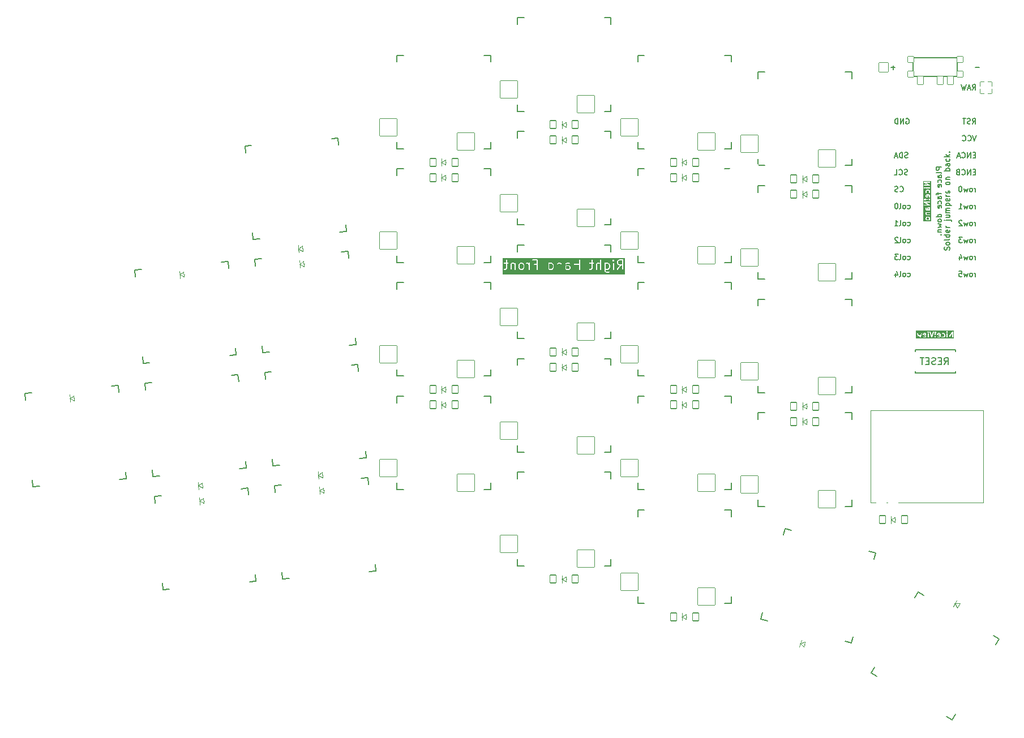
<source format=gbo>
%TF.GenerationSoftware,KiCad,Pcbnew,7.0.6-7.0.6~ubuntu20.04.1*%
%TF.CreationDate,2023-07-19T10:45:05+02:00*%
%TF.ProjectId,keyboard,6b657962-6f61-4726-942e-6b696361645f,v1.0.0*%
%TF.SameCoordinates,Original*%
%TF.FileFunction,Legend,Bot*%
%TF.FilePolarity,Positive*%
%FSLAX46Y46*%
G04 Gerber Fmt 4.6, Leading zero omitted, Abs format (unit mm)*
G04 Created by KiCad (PCBNEW 7.0.6-7.0.6~ubuntu20.04.1) date 2023-07-19 10:45:05*
%MOMM*%
%LPD*%
G01*
G04 APERTURE LIST*
G04 Aperture macros list*
%AMRoundRect*
0 Rectangle with rounded corners*
0 $1 Rounding radius*
0 $2 $3 $4 $5 $6 $7 $8 $9 X,Y pos of 4 corners*
0 Add a 4 corners polygon primitive as box body*
4,1,4,$2,$3,$4,$5,$6,$7,$8,$9,$2,$3,0*
0 Add four circle primitives for the rounded corners*
1,1,$1+$1,$2,$3*
1,1,$1+$1,$4,$5*
1,1,$1+$1,$6,$7*
1,1,$1+$1,$8,$9*
0 Add four rect primitives between the rounded corners*
20,1,$1+$1,$2,$3,$4,$5,0*
20,1,$1+$1,$4,$5,$6,$7,0*
20,1,$1+$1,$6,$7,$8,$9,0*
20,1,$1+$1,$8,$9,$2,$3,0*%
%AMFreePoly0*
4,1,14,0.635355,0.435355,0.650000,0.400000,0.650000,0.200000,0.635355,0.164645,0.035355,-0.435355,0.000000,-0.450000,-0.035355,-0.435355,-0.635355,0.164645,-0.650000,0.200000,-0.650000,0.400000,-0.635355,0.435355,-0.600000,0.450000,0.600000,0.450000,0.635355,0.435355,0.635355,0.435355,$1*%
%AMFreePoly1*
4,1,16,0.635355,1.035355,0.650000,1.000000,0.650000,-0.250000,0.635355,-0.285355,0.600000,-0.300000,-0.600000,-0.300000,-0.635355,-0.285355,-0.650000,-0.250000,-0.650000,1.000000,-0.635355,1.035355,-0.600000,1.050000,-0.564645,1.035355,0.000000,0.470710,0.564645,1.035355,0.600000,1.050000,0.635355,1.035355,0.635355,1.035355,$1*%
G04 Aperture macros list end*
%ADD10C,0.150000*%
%ADD11C,0.100000*%
%ADD12C,0.120000*%
%ADD13R,1.400000X1.400000*%
%ADD14C,1.400000*%
%ADD15C,1.752600*%
%ADD16RoundRect,0.050000X-0.450000X-0.450000X0.450000X-0.450000X0.450000X0.450000X-0.450000X0.450000X0*%
%ADD17C,1.100000*%
%ADD18RoundRect,0.050000X-0.450000X-0.625000X0.450000X-0.625000X0.450000X0.625000X-0.450000X0.625000X0*%
%ADD19RoundRect,0.050000X-0.589958X-0.463087X0.279375X-0.696024X0.589958X0.463087X-0.279375X0.696024X0*%
%ADD20C,0.700000*%
%ADD21RoundRect,0.050000X-0.450000X-0.600000X0.450000X-0.600000X0.450000X0.600000X-0.450000X0.600000X0*%
%ADD22FreePoly0,90.000000*%
%ADD23FreePoly1,90.000000*%
%ADD24C,1.801800*%
%ADD25C,3.100000*%
%ADD26C,3.529000*%
%ADD27RoundRect,0.050000X1.300000X1.300000X-1.300000X1.300000X-1.300000X-1.300000X1.300000X-1.300000X0*%
%ADD28C,1.700000*%
%ADD29FreePoly0,180.000000*%
%ADD30FreePoly1,180.000000*%
%ADD31RoundRect,0.050000X-0.395994X-0.636937X0.500581X-0.558497X0.395994X0.636937X-0.500581X0.558497X0*%
%ADD32RoundRect,0.050000X1.181751X1.408356X-1.408356X1.181751X-1.181751X-1.408356X1.408356X-1.181751X0*%
%ADD33C,4.800000*%
%ADD34C,4.100000*%
%ADD35FreePoly0,270.000000*%
%ADD36FreePoly1,270.000000*%
%ADD37RoundRect,0.050000X-0.700000X0.700000X-0.700000X-0.700000X0.700000X-0.700000X0.700000X0.700000X0*%
%ADD38C,1.500000*%
%ADD39O,1.800000X1.800000*%
%ADD40RoundRect,0.050000X-0.475833X1.775833X-1.775833X-0.475833X0.475833X-1.775833X1.775833X0.475833X0*%
%ADD41RoundRect,0.050000X-0.876300X0.876300X-0.876300X-0.876300X0.876300X-0.876300X0.876300X0.876300X0*%
%ADD42C,1.852600*%
%ADD43C,2.100000*%
%ADD44RoundRect,0.050000X-0.689711X-0.294615X0.089711X-0.744615X0.689711X0.294615X-0.089711X0.744615X0*%
%ADD45RoundRect,0.050000X1.592168X0.919239X-0.919239X1.592168X-1.592168X-0.919239X0.919239X-1.592168X0*%
G04 APERTURE END LIST*
D10*
X178775739Y-37883417D02*
X179385263Y-37883417D01*
X166175739Y-37883417D02*
X166785263Y-37883417D01*
X166480501Y-38188179D02*
X166480501Y-37578655D01*
G36*
X171276971Y-77748845D02*
G01*
X171295970Y-77786840D01*
X171295970Y-77830030D01*
X171066380Y-77784112D01*
X171084013Y-77748846D01*
X171122008Y-77729849D01*
X171238978Y-77729849D01*
X171276971Y-77748845D01*
G37*
G36*
X173410303Y-77748845D02*
G01*
X173429302Y-77786840D01*
X173429302Y-77830030D01*
X173199712Y-77784112D01*
X173217345Y-77748846D01*
X173255340Y-77729849D01*
X173372310Y-77729849D01*
X173410303Y-77748845D01*
G37*
G36*
X175560253Y-78377469D02*
G01*
X169924729Y-78377469D01*
X169924729Y-77649545D01*
X170039015Y-77649545D01*
X170041713Y-77675453D01*
X170194094Y-78208787D01*
X170195008Y-78210048D01*
X170194960Y-78211606D01*
X170209970Y-78230682D01*
X170224210Y-78250321D01*
X170225720Y-78250699D01*
X170226684Y-78251924D01*
X170250439Y-78256887D01*
X170273976Y-78262780D01*
X170275377Y-78262098D01*
X170276903Y-78262417D01*
X170298291Y-78250949D01*
X170320109Y-78240334D01*
X170320744Y-78238911D01*
X170322117Y-78238175D01*
X170335844Y-78216037D01*
X170418589Y-78009174D01*
X170501334Y-78216037D01*
X170502373Y-78217199D01*
X170502484Y-78218754D01*
X170519359Y-78236196D01*
X170535531Y-78254282D01*
X170537072Y-78254504D01*
X170538156Y-78255624D01*
X170562288Y-78258137D01*
X170586309Y-78261598D01*
X170587633Y-78260776D01*
X170589183Y-78260938D01*
X170609293Y-78247345D01*
X170629910Y-78234562D01*
X170630396Y-78233083D01*
X170631688Y-78232210D01*
X170643084Y-78208787D01*
X170746930Y-77845326D01*
X170915017Y-77845326D01*
X170919255Y-77856970D01*
X170918972Y-77869360D01*
X170927757Y-77880330D01*
X170932564Y-77893535D01*
X170943295Y-77899730D01*
X170951042Y-77909404D01*
X170975308Y-77918870D01*
X171295970Y-77983001D01*
X171295970Y-78056191D01*
X171276972Y-78094186D01*
X171238979Y-78113183D01*
X171122008Y-78113183D01*
X171061653Y-78083006D01*
X171010686Y-78077141D01*
X170967873Y-78105408D01*
X170953247Y-78154582D01*
X170973650Y-78201653D01*
X170994571Y-78217170D01*
X171070762Y-78255265D01*
X171075215Y-78255777D01*
X171078651Y-78258660D01*
X171104303Y-78263183D01*
X171256684Y-78263183D01*
X171260897Y-78261649D01*
X171265258Y-78262691D01*
X171290225Y-78255265D01*
X171366415Y-78217170D01*
X171374135Y-78209015D01*
X171384438Y-78204550D01*
X171396578Y-78188183D01*
X171638826Y-78188183D01*
X171656373Y-78236392D01*
X171700802Y-78262044D01*
X171751326Y-78253135D01*
X171784303Y-78213835D01*
X171788826Y-78188183D01*
X171788826Y-77654849D01*
X171771279Y-77606640D01*
X171726850Y-77580988D01*
X171676326Y-77589897D01*
X171643349Y-77629197D01*
X171638826Y-77654849D01*
X171638826Y-78188183D01*
X171396578Y-78188183D01*
X171399956Y-78183629D01*
X171438052Y-78107439D01*
X171438564Y-78102984D01*
X171441447Y-78099549D01*
X171445970Y-78073897D01*
X171445970Y-77769135D01*
X171444436Y-77764920D01*
X171445478Y-77760559D01*
X171438051Y-77735593D01*
X171399956Y-77659403D01*
X171391801Y-77651682D01*
X171387336Y-77641381D01*
X171366415Y-77625863D01*
X171290226Y-77587767D01*
X171285771Y-77587254D01*
X171282336Y-77584372D01*
X171256684Y-77579849D01*
X171104303Y-77579849D01*
X171100089Y-77581382D01*
X171095728Y-77580341D01*
X171070761Y-77587767D01*
X170994571Y-77625863D01*
X170986851Y-77634016D01*
X170976547Y-77638483D01*
X170961030Y-77659404D01*
X170922935Y-77735594D01*
X170922422Y-77740047D01*
X170919540Y-77743483D01*
X170915017Y-77769135D01*
X170915017Y-77845326D01*
X170746930Y-77845326D01*
X170795465Y-77675453D01*
X170791838Y-77624278D01*
X170756165Y-77587408D01*
X170705138Y-77582094D01*
X170662633Y-77610822D01*
X170651237Y-77634245D01*
X170559126Y-77956630D01*
X170488225Y-77779376D01*
X170472611Y-77761915D01*
X170458113Y-77743489D01*
X170455681Y-77742980D01*
X170454028Y-77741132D01*
X170430843Y-77737791D01*
X170407894Y-77732996D01*
X170405706Y-77734168D01*
X170403250Y-77733815D01*
X170383338Y-77746161D01*
X170362680Y-77757238D01*
X170360933Y-77760054D01*
X170359649Y-77760851D01*
X170358756Y-77763565D01*
X170348953Y-77779376D01*
X170278051Y-77956630D01*
X170185941Y-77634245D01*
X170155825Y-77592711D01*
X170106059Y-77580252D01*
X170059926Y-77602698D01*
X170039015Y-77649545D01*
X169924729Y-77649545D01*
X169924729Y-77419742D01*
X171601017Y-77419742D01*
X171606059Y-77438561D01*
X171607758Y-77457974D01*
X171613431Y-77466076D01*
X171614294Y-77469296D01*
X171617024Y-77471207D01*
X171622698Y-77479311D01*
X171660793Y-77517406D01*
X171678452Y-77525640D01*
X171694414Y-77536817D01*
X171697830Y-77536518D01*
X171700802Y-77538234D01*
X171704181Y-77537638D01*
X171707289Y-77539087D01*
X171726107Y-77534044D01*
X171745521Y-77532347D01*
X171749335Y-77529675D01*
X171751326Y-77529325D01*
X171753447Y-77526797D01*
X171753625Y-77526672D01*
X171756844Y-77525810D01*
X171758755Y-77523080D01*
X171766858Y-77517407D01*
X171804954Y-77479312D01*
X171813189Y-77461652D01*
X171824367Y-77445688D01*
X171823777Y-77438946D01*
X171826636Y-77432816D01*
X171821593Y-77413997D01*
X171819895Y-77394581D01*
X171814220Y-77386477D01*
X171814128Y-77386134D01*
X171905521Y-77386134D01*
X171909342Y-77411900D01*
X172176008Y-78211900D01*
X172177350Y-78213591D01*
X172177409Y-78215750D01*
X172193158Y-78233511D01*
X172207899Y-78252086D01*
X172210012Y-78252518D01*
X172211446Y-78254135D01*
X172234916Y-78257615D01*
X172258160Y-78262372D01*
X172260059Y-78261343D01*
X172262195Y-78261660D01*
X172282401Y-78249245D01*
X172303274Y-78237944D01*
X172304068Y-78235934D01*
X172305907Y-78234805D01*
X172318310Y-78211900D01*
X172341093Y-78143552D01*
X172667683Y-78143552D01*
X172672725Y-78162370D01*
X172674424Y-78181784D01*
X172680098Y-78189888D01*
X172680961Y-78193107D01*
X172683690Y-78195018D01*
X172689364Y-78203121D01*
X172727459Y-78241216D01*
X172745118Y-78249450D01*
X172761080Y-78260627D01*
X172764496Y-78260328D01*
X172767468Y-78262044D01*
X172770847Y-78261448D01*
X172773955Y-78262897D01*
X172792773Y-78257854D01*
X172812187Y-78256157D01*
X172816001Y-78253485D01*
X172817992Y-78253135D01*
X172820113Y-78250607D01*
X172820291Y-78250482D01*
X172823510Y-78249620D01*
X172825421Y-78246890D01*
X172833524Y-78241217D01*
X172871620Y-78203122D01*
X172879853Y-78185465D01*
X172891033Y-78169500D01*
X172890443Y-78162756D01*
X172893302Y-78156626D01*
X172888260Y-78137809D01*
X172886562Y-78118392D01*
X172880886Y-78110287D01*
X172880025Y-78107071D01*
X172877296Y-78105160D01*
X172871621Y-78097055D01*
X172833525Y-78058959D01*
X172815866Y-78050724D01*
X172799902Y-78039547D01*
X172796486Y-78039845D01*
X172793516Y-78038131D01*
X172790135Y-78038727D01*
X172787028Y-78037278D01*
X172768208Y-78042320D01*
X172748795Y-78044019D01*
X172744981Y-78046689D01*
X172742992Y-78047040D01*
X172740870Y-78049567D01*
X172740692Y-78049692D01*
X172737474Y-78050555D01*
X172735562Y-78053284D01*
X172727458Y-78058960D01*
X172689363Y-78097056D01*
X172681129Y-78114713D01*
X172669952Y-78130677D01*
X172670542Y-78137420D01*
X172667683Y-78143552D01*
X172341093Y-78143552D01*
X172578108Y-77432506D01*
X172667656Y-77432506D01*
X172705751Y-77889650D01*
X172714036Y-77907611D01*
X172719234Y-77926692D01*
X172721920Y-77928556D01*
X172723039Y-77931630D01*
X172725870Y-77933265D01*
X172727241Y-77936235D01*
X172745133Y-77944668D01*
X172761379Y-77955945D01*
X172764635Y-77955646D01*
X172767468Y-77957282D01*
X172770687Y-77956714D01*
X172773647Y-77958109D01*
X172792776Y-77953067D01*
X172812468Y-77951263D01*
X172814770Y-77948940D01*
X172817992Y-77948373D01*
X172820093Y-77945868D01*
X172823256Y-77945035D01*
X172834669Y-77928878D01*
X172848595Y-77914837D01*
X172849722Y-77910558D01*
X172850969Y-77909073D01*
X172851737Y-77904715D01*
X172852856Y-77903132D01*
X172853482Y-77896290D01*
X172855233Y-77889650D01*
X172858927Y-77845326D01*
X173048349Y-77845326D01*
X173052587Y-77856970D01*
X173052304Y-77869360D01*
X173061089Y-77880330D01*
X173065896Y-77893535D01*
X173076627Y-77899730D01*
X173084374Y-77909404D01*
X173108640Y-77918870D01*
X173429302Y-77983001D01*
X173429302Y-78056191D01*
X173410304Y-78094186D01*
X173372311Y-78113183D01*
X173255340Y-78113183D01*
X173194985Y-78083006D01*
X173144018Y-78077141D01*
X173101205Y-78105408D01*
X173086579Y-78154582D01*
X173106982Y-78201653D01*
X173127903Y-78217170D01*
X173204094Y-78255265D01*
X173208547Y-78255777D01*
X173211983Y-78258660D01*
X173237635Y-78263183D01*
X173390016Y-78263183D01*
X173394229Y-78261649D01*
X173398590Y-78262691D01*
X173423557Y-78255265D01*
X173499747Y-78217170D01*
X173507467Y-78209015D01*
X173517770Y-78204550D01*
X173533288Y-78183629D01*
X173547812Y-78154582D01*
X173734198Y-78154582D01*
X173754601Y-78201653D01*
X173775522Y-78217170D01*
X173851713Y-78255265D01*
X173856166Y-78255777D01*
X173859602Y-78258660D01*
X173885254Y-78263183D01*
X174037635Y-78263183D01*
X174041848Y-78261649D01*
X174046209Y-78262691D01*
X174071176Y-78255265D01*
X174147366Y-78217170D01*
X174148490Y-78215982D01*
X174166859Y-78203120D01*
X174181796Y-78188183D01*
X174457872Y-78188183D01*
X174475419Y-78236392D01*
X174519848Y-78262044D01*
X174570372Y-78253135D01*
X174603349Y-78213835D01*
X174607872Y-78188183D01*
X174838824Y-78188183D01*
X174841195Y-78194699D01*
X174840022Y-78201535D01*
X174849761Y-78218232D01*
X174856371Y-78236392D01*
X174862376Y-78239859D01*
X174865871Y-78245851D01*
X174884062Y-78252380D01*
X174900800Y-78262044D01*
X174907631Y-78260839D01*
X174914158Y-78263182D01*
X174932289Y-78256491D01*
X174951324Y-78253135D01*
X174955781Y-78247822D01*
X174962288Y-78245422D01*
X174978942Y-78225393D01*
X175295967Y-77670599D01*
X175295967Y-78188183D01*
X175313514Y-78236392D01*
X175357943Y-78262044D01*
X175408467Y-78253135D01*
X175441444Y-78213835D01*
X175445967Y-78188183D01*
X175445967Y-77388183D01*
X175443595Y-77381666D01*
X175444769Y-77374831D01*
X175435029Y-77358133D01*
X175428420Y-77339974D01*
X175422414Y-77336506D01*
X175418920Y-77330515D01*
X175400728Y-77323985D01*
X175383991Y-77314322D01*
X175377159Y-77315526D01*
X175370633Y-77313184D01*
X175352501Y-77319874D01*
X175333467Y-77323231D01*
X175329009Y-77328543D01*
X175322503Y-77330944D01*
X175305849Y-77350973D01*
X174988824Y-77905766D01*
X174988824Y-77388183D01*
X174971277Y-77339974D01*
X174926848Y-77314322D01*
X174876324Y-77323231D01*
X174843347Y-77362531D01*
X174838824Y-77388183D01*
X174838824Y-78188183D01*
X174607872Y-78188183D01*
X174607872Y-77654849D01*
X174590325Y-77606640D01*
X174545896Y-77580988D01*
X174495372Y-77589897D01*
X174462395Y-77629197D01*
X174457872Y-77654849D01*
X174457872Y-78188183D01*
X174181796Y-78188183D01*
X174204954Y-78165024D01*
X174205645Y-78163540D01*
X174219002Y-78145534D01*
X174257097Y-78069344D01*
X174257609Y-78064890D01*
X174260493Y-78061454D01*
X174265016Y-78035802D01*
X174265016Y-77807230D01*
X174263482Y-77803015D01*
X174264524Y-77798654D01*
X174257097Y-77773688D01*
X174219002Y-77697498D01*
X174217810Y-77696370D01*
X174204953Y-77678007D01*
X174166858Y-77639912D01*
X174165373Y-77639219D01*
X174147366Y-77625863D01*
X174071177Y-77587767D01*
X174066722Y-77587254D01*
X174063287Y-77584372D01*
X174037635Y-77579849D01*
X173885254Y-77579849D01*
X173881040Y-77581382D01*
X173876679Y-77580341D01*
X173851712Y-77587767D01*
X173775522Y-77625863D01*
X173740250Y-77663118D01*
X173737175Y-77714328D01*
X173767739Y-77755534D01*
X173817638Y-77767453D01*
X173842604Y-77760027D01*
X173902959Y-77729849D01*
X174019929Y-77729849D01*
X174069397Y-77754583D01*
X174090280Y-77775466D01*
X174115016Y-77824935D01*
X174115016Y-78018096D01*
X174090280Y-78067566D01*
X174069397Y-78088449D01*
X174019930Y-78113183D01*
X173902959Y-78113183D01*
X173842604Y-78083006D01*
X173791637Y-78077141D01*
X173748824Y-78105408D01*
X173734198Y-78154582D01*
X173547812Y-78154582D01*
X173571384Y-78107439D01*
X173571896Y-78102984D01*
X173574779Y-78099549D01*
X173579302Y-78073897D01*
X173579302Y-77769135D01*
X173577768Y-77764920D01*
X173578810Y-77760559D01*
X173571383Y-77735593D01*
X173533288Y-77659403D01*
X173525133Y-77651682D01*
X173520668Y-77641381D01*
X173499747Y-77625863D01*
X173423558Y-77587767D01*
X173419103Y-77587254D01*
X173415668Y-77584372D01*
X173390016Y-77579849D01*
X173237635Y-77579849D01*
X173233421Y-77581382D01*
X173229060Y-77580341D01*
X173204093Y-77587767D01*
X173127903Y-77625863D01*
X173120183Y-77634016D01*
X173109879Y-77638483D01*
X173094362Y-77659404D01*
X173056267Y-77735594D01*
X173055754Y-77740047D01*
X173052872Y-77743483D01*
X173048349Y-77769135D01*
X173048349Y-77845326D01*
X172858927Y-77845326D01*
X172893329Y-77432506D01*
X172889852Y-77419742D01*
X174420063Y-77419742D01*
X174425105Y-77438561D01*
X174426804Y-77457974D01*
X174432477Y-77466076D01*
X174433340Y-77469296D01*
X174436070Y-77471207D01*
X174441744Y-77479311D01*
X174479839Y-77517406D01*
X174497498Y-77525640D01*
X174513460Y-77536817D01*
X174516876Y-77536518D01*
X174519848Y-77538234D01*
X174523227Y-77537638D01*
X174526335Y-77539087D01*
X174545153Y-77534044D01*
X174564567Y-77532347D01*
X174568381Y-77529675D01*
X174570372Y-77529325D01*
X174572493Y-77526797D01*
X174572671Y-77526672D01*
X174575890Y-77525810D01*
X174577801Y-77523080D01*
X174585904Y-77517407D01*
X174624000Y-77479312D01*
X174632235Y-77461652D01*
X174643413Y-77445688D01*
X174642823Y-77438946D01*
X174645682Y-77432816D01*
X174640639Y-77413997D01*
X174638941Y-77394581D01*
X174633266Y-77386477D01*
X174632405Y-77383261D01*
X174629676Y-77381350D01*
X174624000Y-77373244D01*
X174585904Y-77335149D01*
X174568243Y-77326914D01*
X174552283Y-77315739D01*
X174548867Y-77316037D01*
X174545896Y-77314322D01*
X174542515Y-77314918D01*
X174539408Y-77313469D01*
X174520587Y-77318511D01*
X174501176Y-77320210D01*
X174497362Y-77322879D01*
X174495372Y-77323231D01*
X174493250Y-77325759D01*
X174493071Y-77325884D01*
X174489853Y-77326747D01*
X174487941Y-77329476D01*
X174479839Y-77335150D01*
X174441744Y-77373245D01*
X174433510Y-77390902D01*
X174422332Y-77406867D01*
X174422922Y-77413610D01*
X174420063Y-77419742D01*
X172889852Y-77419742D01*
X172888246Y-77413848D01*
X172886561Y-77394581D01*
X172880731Y-77386255D01*
X172879846Y-77383006D01*
X172877140Y-77381128D01*
X172871620Y-77373244D01*
X172833524Y-77335149D01*
X172815863Y-77326914D01*
X172799903Y-77315739D01*
X172796487Y-77316037D01*
X172793516Y-77314322D01*
X172790135Y-77314918D01*
X172787028Y-77313469D01*
X172768207Y-77318511D01*
X172748796Y-77320210D01*
X172744982Y-77322879D01*
X172742992Y-77323231D01*
X172740870Y-77325759D01*
X172740691Y-77325884D01*
X172737473Y-77326747D01*
X172735561Y-77329476D01*
X172727459Y-77335150D01*
X172689364Y-77373245D01*
X172681192Y-77390769D01*
X172670033Y-77406567D01*
X172669105Y-77416692D01*
X172667683Y-77419742D01*
X172668534Y-77422919D01*
X172667656Y-77432506D01*
X172578108Y-77432506D01*
X172584977Y-77411900D01*
X172583576Y-77360616D01*
X172549539Y-77322231D01*
X172498790Y-77314706D01*
X172455077Y-77341561D01*
X172442675Y-77364466D01*
X172247159Y-77951012D01*
X172051644Y-77364466D01*
X172019753Y-77324280D01*
X171969492Y-77313994D01*
X171924378Y-77338423D01*
X171905521Y-77386134D01*
X171814128Y-77386134D01*
X171813359Y-77383261D01*
X171810630Y-77381350D01*
X171804954Y-77373244D01*
X171766858Y-77335149D01*
X171749197Y-77326914D01*
X171733237Y-77315739D01*
X171729821Y-77316037D01*
X171726850Y-77314322D01*
X171723469Y-77314918D01*
X171720362Y-77313469D01*
X171701541Y-77318511D01*
X171682130Y-77320210D01*
X171678316Y-77322879D01*
X171676326Y-77323231D01*
X171674204Y-77325759D01*
X171674025Y-77325884D01*
X171670807Y-77326747D01*
X171668895Y-77329476D01*
X171660793Y-77335150D01*
X171622698Y-77373245D01*
X171614464Y-77390902D01*
X171603286Y-77406867D01*
X171603876Y-77413610D01*
X171601017Y-77419742D01*
X169924729Y-77419742D01*
X169924729Y-77198898D01*
X175560253Y-77198898D01*
X175560253Y-78377469D01*
G37*
X167493468Y-56381995D02*
X167531564Y-56420091D01*
X167531564Y-56420091D02*
X167645849Y-56458186D01*
X167645849Y-56458186D02*
X167722040Y-56458186D01*
X167722040Y-56458186D02*
X167836326Y-56420091D01*
X167836326Y-56420091D02*
X167912516Y-56343900D01*
X167912516Y-56343900D02*
X167950611Y-56267710D01*
X167950611Y-56267710D02*
X167988707Y-56115329D01*
X167988707Y-56115329D02*
X167988707Y-56001043D01*
X167988707Y-56001043D02*
X167950611Y-55848662D01*
X167950611Y-55848662D02*
X167912516Y-55772471D01*
X167912516Y-55772471D02*
X167836326Y-55696281D01*
X167836326Y-55696281D02*
X167722040Y-55658186D01*
X167722040Y-55658186D02*
X167645849Y-55658186D01*
X167645849Y-55658186D02*
X167531564Y-55696281D01*
X167531564Y-55696281D02*
X167493468Y-55734376D01*
X167188707Y-56420091D02*
X167074421Y-56458186D01*
X167074421Y-56458186D02*
X166883945Y-56458186D01*
X166883945Y-56458186D02*
X166807754Y-56420091D01*
X166807754Y-56420091D02*
X166769659Y-56381995D01*
X166769659Y-56381995D02*
X166731564Y-56305805D01*
X166731564Y-56305805D02*
X166731564Y-56229614D01*
X166731564Y-56229614D02*
X166769659Y-56153424D01*
X166769659Y-56153424D02*
X166807754Y-56115329D01*
X166807754Y-56115329D02*
X166883945Y-56077233D01*
X166883945Y-56077233D02*
X167036326Y-56039138D01*
X167036326Y-56039138D02*
X167112516Y-56001043D01*
X167112516Y-56001043D02*
X167150611Y-55962948D01*
X167150611Y-55962948D02*
X167188707Y-55886757D01*
X167188707Y-55886757D02*
X167188707Y-55810567D01*
X167188707Y-55810567D02*
X167150611Y-55734376D01*
X167150611Y-55734376D02*
X167112516Y-55696281D01*
X167112516Y-55696281D02*
X167036326Y-55658186D01*
X167036326Y-55658186D02*
X166845849Y-55658186D01*
X166845849Y-55658186D02*
X166731564Y-55696281D01*
X178791338Y-53499138D02*
X178524672Y-53499138D01*
X178410386Y-53918186D02*
X178791338Y-53918186D01*
X178791338Y-53918186D02*
X178791338Y-53118186D01*
X178791338Y-53118186D02*
X178410386Y-53118186D01*
X178067528Y-53918186D02*
X178067528Y-53118186D01*
X178067528Y-53118186D02*
X177610385Y-53918186D01*
X177610385Y-53918186D02*
X177610385Y-53118186D01*
X176772290Y-53841995D02*
X176810386Y-53880091D01*
X176810386Y-53880091D02*
X176924671Y-53918186D01*
X176924671Y-53918186D02*
X177000862Y-53918186D01*
X177000862Y-53918186D02*
X177115148Y-53880091D01*
X177115148Y-53880091D02*
X177191338Y-53803900D01*
X177191338Y-53803900D02*
X177229433Y-53727710D01*
X177229433Y-53727710D02*
X177267529Y-53575329D01*
X177267529Y-53575329D02*
X177267529Y-53461043D01*
X177267529Y-53461043D02*
X177229433Y-53308662D01*
X177229433Y-53308662D02*
X177191338Y-53232471D01*
X177191338Y-53232471D02*
X177115148Y-53156281D01*
X177115148Y-53156281D02*
X177000862Y-53118186D01*
X177000862Y-53118186D02*
X176924671Y-53118186D01*
X176924671Y-53118186D02*
X176810386Y-53156281D01*
X176810386Y-53156281D02*
X176772290Y-53194376D01*
X176162767Y-53499138D02*
X176048481Y-53537233D01*
X176048481Y-53537233D02*
X176010386Y-53575329D01*
X176010386Y-53575329D02*
X175972290Y-53651519D01*
X175972290Y-53651519D02*
X175972290Y-53765805D01*
X175972290Y-53765805D02*
X176010386Y-53841995D01*
X176010386Y-53841995D02*
X176048481Y-53880091D01*
X176048481Y-53880091D02*
X176124671Y-53918186D01*
X176124671Y-53918186D02*
X176429433Y-53918186D01*
X176429433Y-53918186D02*
X176429433Y-53118186D01*
X176429433Y-53118186D02*
X176162767Y-53118186D01*
X176162767Y-53118186D02*
X176086576Y-53156281D01*
X176086576Y-53156281D02*
X176048481Y-53194376D01*
X176048481Y-53194376D02*
X176010386Y-53270567D01*
X176010386Y-53270567D02*
X176010386Y-53346757D01*
X176010386Y-53346757D02*
X176048481Y-53422948D01*
X176048481Y-53422948D02*
X176086576Y-53461043D01*
X176086576Y-53461043D02*
X176162767Y-53499138D01*
X176162767Y-53499138D02*
X176429433Y-53499138D01*
X168674421Y-51340091D02*
X168560135Y-51378186D01*
X168560135Y-51378186D02*
X168369659Y-51378186D01*
X168369659Y-51378186D02*
X168293468Y-51340091D01*
X168293468Y-51340091D02*
X168255373Y-51301995D01*
X168255373Y-51301995D02*
X168217278Y-51225805D01*
X168217278Y-51225805D02*
X168217278Y-51149614D01*
X168217278Y-51149614D02*
X168255373Y-51073424D01*
X168255373Y-51073424D02*
X168293468Y-51035329D01*
X168293468Y-51035329D02*
X168369659Y-50997233D01*
X168369659Y-50997233D02*
X168522040Y-50959138D01*
X168522040Y-50959138D02*
X168598230Y-50921043D01*
X168598230Y-50921043D02*
X168636325Y-50882948D01*
X168636325Y-50882948D02*
X168674421Y-50806757D01*
X168674421Y-50806757D02*
X168674421Y-50730567D01*
X168674421Y-50730567D02*
X168636325Y-50654376D01*
X168636325Y-50654376D02*
X168598230Y-50616281D01*
X168598230Y-50616281D02*
X168522040Y-50578186D01*
X168522040Y-50578186D02*
X168331563Y-50578186D01*
X168331563Y-50578186D02*
X168217278Y-50616281D01*
X167874420Y-51378186D02*
X167874420Y-50578186D01*
X167874420Y-50578186D02*
X167683944Y-50578186D01*
X167683944Y-50578186D02*
X167569658Y-50616281D01*
X167569658Y-50616281D02*
X167493468Y-50692471D01*
X167493468Y-50692471D02*
X167455373Y-50768662D01*
X167455373Y-50768662D02*
X167417277Y-50921043D01*
X167417277Y-50921043D02*
X167417277Y-51035329D01*
X167417277Y-51035329D02*
X167455373Y-51187710D01*
X167455373Y-51187710D02*
X167493468Y-51263900D01*
X167493468Y-51263900D02*
X167569658Y-51340091D01*
X167569658Y-51340091D02*
X167683944Y-51378186D01*
X167683944Y-51378186D02*
X167874420Y-51378186D01*
X167112516Y-51149614D02*
X166731563Y-51149614D01*
X167188706Y-51378186D02*
X166922039Y-50578186D01*
X166922039Y-50578186D02*
X166655373Y-51378186D01*
X174904699Y-65159226D02*
X174942794Y-65044940D01*
X174942794Y-65044940D02*
X174942794Y-64854464D01*
X174942794Y-64854464D02*
X174904699Y-64778273D01*
X174904699Y-64778273D02*
X174866603Y-64740178D01*
X174866603Y-64740178D02*
X174790413Y-64702083D01*
X174790413Y-64702083D02*
X174714222Y-64702083D01*
X174714222Y-64702083D02*
X174638032Y-64740178D01*
X174638032Y-64740178D02*
X174599937Y-64778273D01*
X174599937Y-64778273D02*
X174561841Y-64854464D01*
X174561841Y-64854464D02*
X174523746Y-65006845D01*
X174523746Y-65006845D02*
X174485651Y-65083035D01*
X174485651Y-65083035D02*
X174447556Y-65121130D01*
X174447556Y-65121130D02*
X174371365Y-65159226D01*
X174371365Y-65159226D02*
X174295175Y-65159226D01*
X174295175Y-65159226D02*
X174218984Y-65121130D01*
X174218984Y-65121130D02*
X174180889Y-65083035D01*
X174180889Y-65083035D02*
X174142794Y-65006845D01*
X174142794Y-65006845D02*
X174142794Y-64816368D01*
X174142794Y-64816368D02*
X174180889Y-64702083D01*
X174942794Y-64244940D02*
X174904699Y-64321130D01*
X174904699Y-64321130D02*
X174866603Y-64359225D01*
X174866603Y-64359225D02*
X174790413Y-64397321D01*
X174790413Y-64397321D02*
X174561841Y-64397321D01*
X174561841Y-64397321D02*
X174485651Y-64359225D01*
X174485651Y-64359225D02*
X174447556Y-64321130D01*
X174447556Y-64321130D02*
X174409460Y-64244940D01*
X174409460Y-64244940D02*
X174409460Y-64130654D01*
X174409460Y-64130654D02*
X174447556Y-64054463D01*
X174447556Y-64054463D02*
X174485651Y-64016368D01*
X174485651Y-64016368D02*
X174561841Y-63978273D01*
X174561841Y-63978273D02*
X174790413Y-63978273D01*
X174790413Y-63978273D02*
X174866603Y-64016368D01*
X174866603Y-64016368D02*
X174904699Y-64054463D01*
X174904699Y-64054463D02*
X174942794Y-64130654D01*
X174942794Y-64130654D02*
X174942794Y-64244940D01*
X174942794Y-63521130D02*
X174904699Y-63597320D01*
X174904699Y-63597320D02*
X174828508Y-63635415D01*
X174828508Y-63635415D02*
X174142794Y-63635415D01*
X174942794Y-62873510D02*
X174142794Y-62873510D01*
X174904699Y-62873510D02*
X174942794Y-62949701D01*
X174942794Y-62949701D02*
X174942794Y-63102082D01*
X174942794Y-63102082D02*
X174904699Y-63178272D01*
X174904699Y-63178272D02*
X174866603Y-63216367D01*
X174866603Y-63216367D02*
X174790413Y-63254463D01*
X174790413Y-63254463D02*
X174561841Y-63254463D01*
X174561841Y-63254463D02*
X174485651Y-63216367D01*
X174485651Y-63216367D02*
X174447556Y-63178272D01*
X174447556Y-63178272D02*
X174409460Y-63102082D01*
X174409460Y-63102082D02*
X174409460Y-62949701D01*
X174409460Y-62949701D02*
X174447556Y-62873510D01*
X174904699Y-62187795D02*
X174942794Y-62263986D01*
X174942794Y-62263986D02*
X174942794Y-62416367D01*
X174942794Y-62416367D02*
X174904699Y-62492557D01*
X174904699Y-62492557D02*
X174828508Y-62530653D01*
X174828508Y-62530653D02*
X174523746Y-62530653D01*
X174523746Y-62530653D02*
X174447556Y-62492557D01*
X174447556Y-62492557D02*
X174409460Y-62416367D01*
X174409460Y-62416367D02*
X174409460Y-62263986D01*
X174409460Y-62263986D02*
X174447556Y-62187795D01*
X174447556Y-62187795D02*
X174523746Y-62149700D01*
X174523746Y-62149700D02*
X174599937Y-62149700D01*
X174599937Y-62149700D02*
X174676127Y-62530653D01*
X174942794Y-61806843D02*
X174409460Y-61806843D01*
X174561841Y-61806843D02*
X174485651Y-61768748D01*
X174485651Y-61768748D02*
X174447556Y-61730653D01*
X174447556Y-61730653D02*
X174409460Y-61654462D01*
X174409460Y-61654462D02*
X174409460Y-61578272D01*
X174409460Y-60702081D02*
X175095175Y-60702081D01*
X175095175Y-60702081D02*
X175171365Y-60740177D01*
X175171365Y-60740177D02*
X175209460Y-60816367D01*
X175209460Y-60816367D02*
X175209460Y-60854462D01*
X174142794Y-60702081D02*
X174180889Y-60740177D01*
X174180889Y-60740177D02*
X174218984Y-60702081D01*
X174218984Y-60702081D02*
X174180889Y-60663986D01*
X174180889Y-60663986D02*
X174142794Y-60702081D01*
X174142794Y-60702081D02*
X174218984Y-60702081D01*
X174409460Y-59978272D02*
X174942794Y-59978272D01*
X174409460Y-60321129D02*
X174828508Y-60321129D01*
X174828508Y-60321129D02*
X174904699Y-60283034D01*
X174904699Y-60283034D02*
X174942794Y-60206844D01*
X174942794Y-60206844D02*
X174942794Y-60092558D01*
X174942794Y-60092558D02*
X174904699Y-60016367D01*
X174904699Y-60016367D02*
X174866603Y-59978272D01*
X174942794Y-59597319D02*
X174409460Y-59597319D01*
X174485651Y-59597319D02*
X174447556Y-59559224D01*
X174447556Y-59559224D02*
X174409460Y-59483034D01*
X174409460Y-59483034D02*
X174409460Y-59368748D01*
X174409460Y-59368748D02*
X174447556Y-59292557D01*
X174447556Y-59292557D02*
X174523746Y-59254462D01*
X174523746Y-59254462D02*
X174942794Y-59254462D01*
X174523746Y-59254462D02*
X174447556Y-59216367D01*
X174447556Y-59216367D02*
X174409460Y-59140176D01*
X174409460Y-59140176D02*
X174409460Y-59025891D01*
X174409460Y-59025891D02*
X174447556Y-58949700D01*
X174447556Y-58949700D02*
X174523746Y-58911605D01*
X174523746Y-58911605D02*
X174942794Y-58911605D01*
X174409460Y-58530652D02*
X175209460Y-58530652D01*
X174447556Y-58530652D02*
X174409460Y-58454462D01*
X174409460Y-58454462D02*
X174409460Y-58302081D01*
X174409460Y-58302081D02*
X174447556Y-58225890D01*
X174447556Y-58225890D02*
X174485651Y-58187795D01*
X174485651Y-58187795D02*
X174561841Y-58149700D01*
X174561841Y-58149700D02*
X174790413Y-58149700D01*
X174790413Y-58149700D02*
X174866603Y-58187795D01*
X174866603Y-58187795D02*
X174904699Y-58225890D01*
X174904699Y-58225890D02*
X174942794Y-58302081D01*
X174942794Y-58302081D02*
X174942794Y-58454462D01*
X174942794Y-58454462D02*
X174904699Y-58530652D01*
X174904699Y-57502080D02*
X174942794Y-57578271D01*
X174942794Y-57578271D02*
X174942794Y-57730652D01*
X174942794Y-57730652D02*
X174904699Y-57806842D01*
X174904699Y-57806842D02*
X174828508Y-57844938D01*
X174828508Y-57844938D02*
X174523746Y-57844938D01*
X174523746Y-57844938D02*
X174447556Y-57806842D01*
X174447556Y-57806842D02*
X174409460Y-57730652D01*
X174409460Y-57730652D02*
X174409460Y-57578271D01*
X174409460Y-57578271D02*
X174447556Y-57502080D01*
X174447556Y-57502080D02*
X174523746Y-57463985D01*
X174523746Y-57463985D02*
X174599937Y-57463985D01*
X174599937Y-57463985D02*
X174676127Y-57844938D01*
X174942794Y-57121128D02*
X174409460Y-57121128D01*
X174561841Y-57121128D02*
X174485651Y-57083033D01*
X174485651Y-57083033D02*
X174447556Y-57044938D01*
X174447556Y-57044938D02*
X174409460Y-56968747D01*
X174409460Y-56968747D02*
X174409460Y-56892557D01*
X174904699Y-56663986D02*
X174942794Y-56587795D01*
X174942794Y-56587795D02*
X174942794Y-56435414D01*
X174942794Y-56435414D02*
X174904699Y-56359224D01*
X174904699Y-56359224D02*
X174828508Y-56321128D01*
X174828508Y-56321128D02*
X174790413Y-56321128D01*
X174790413Y-56321128D02*
X174714222Y-56359224D01*
X174714222Y-56359224D02*
X174676127Y-56435414D01*
X174676127Y-56435414D02*
X174676127Y-56549700D01*
X174676127Y-56549700D02*
X174638032Y-56625890D01*
X174638032Y-56625890D02*
X174561841Y-56663986D01*
X174561841Y-56663986D02*
X174523746Y-56663986D01*
X174523746Y-56663986D02*
X174447556Y-56625890D01*
X174447556Y-56625890D02*
X174409460Y-56549700D01*
X174409460Y-56549700D02*
X174409460Y-56435414D01*
X174409460Y-56435414D02*
X174447556Y-56359224D01*
X174942794Y-55254462D02*
X174904699Y-55330652D01*
X174904699Y-55330652D02*
X174866603Y-55368747D01*
X174866603Y-55368747D02*
X174790413Y-55406843D01*
X174790413Y-55406843D02*
X174561841Y-55406843D01*
X174561841Y-55406843D02*
X174485651Y-55368747D01*
X174485651Y-55368747D02*
X174447556Y-55330652D01*
X174447556Y-55330652D02*
X174409460Y-55254462D01*
X174409460Y-55254462D02*
X174409460Y-55140176D01*
X174409460Y-55140176D02*
X174447556Y-55063985D01*
X174447556Y-55063985D02*
X174485651Y-55025890D01*
X174485651Y-55025890D02*
X174561841Y-54987795D01*
X174561841Y-54987795D02*
X174790413Y-54987795D01*
X174790413Y-54987795D02*
X174866603Y-55025890D01*
X174866603Y-55025890D02*
X174904699Y-55063985D01*
X174904699Y-55063985D02*
X174942794Y-55140176D01*
X174942794Y-55140176D02*
X174942794Y-55254462D01*
X174409460Y-54644937D02*
X174942794Y-54644937D01*
X174485651Y-54644937D02*
X174447556Y-54606842D01*
X174447556Y-54606842D02*
X174409460Y-54530652D01*
X174409460Y-54530652D02*
X174409460Y-54416366D01*
X174409460Y-54416366D02*
X174447556Y-54340175D01*
X174447556Y-54340175D02*
X174523746Y-54302080D01*
X174523746Y-54302080D02*
X174942794Y-54302080D01*
X174942794Y-53311603D02*
X174142794Y-53311603D01*
X174447556Y-53311603D02*
X174409460Y-53235413D01*
X174409460Y-53235413D02*
X174409460Y-53083032D01*
X174409460Y-53083032D02*
X174447556Y-53006841D01*
X174447556Y-53006841D02*
X174485651Y-52968746D01*
X174485651Y-52968746D02*
X174561841Y-52930651D01*
X174561841Y-52930651D02*
X174790413Y-52930651D01*
X174790413Y-52930651D02*
X174866603Y-52968746D01*
X174866603Y-52968746D02*
X174904699Y-53006841D01*
X174904699Y-53006841D02*
X174942794Y-53083032D01*
X174942794Y-53083032D02*
X174942794Y-53235413D01*
X174942794Y-53235413D02*
X174904699Y-53311603D01*
X174942794Y-52244936D02*
X174523746Y-52244936D01*
X174523746Y-52244936D02*
X174447556Y-52283031D01*
X174447556Y-52283031D02*
X174409460Y-52359222D01*
X174409460Y-52359222D02*
X174409460Y-52511603D01*
X174409460Y-52511603D02*
X174447556Y-52587793D01*
X174904699Y-52244936D02*
X174942794Y-52321127D01*
X174942794Y-52321127D02*
X174942794Y-52511603D01*
X174942794Y-52511603D02*
X174904699Y-52587793D01*
X174904699Y-52587793D02*
X174828508Y-52625889D01*
X174828508Y-52625889D02*
X174752318Y-52625889D01*
X174752318Y-52625889D02*
X174676127Y-52587793D01*
X174676127Y-52587793D02*
X174638032Y-52511603D01*
X174638032Y-52511603D02*
X174638032Y-52321127D01*
X174638032Y-52321127D02*
X174599937Y-52244936D01*
X174904699Y-51521126D02*
X174942794Y-51597317D01*
X174942794Y-51597317D02*
X174942794Y-51749698D01*
X174942794Y-51749698D02*
X174904699Y-51825888D01*
X174904699Y-51825888D02*
X174866603Y-51863983D01*
X174866603Y-51863983D02*
X174790413Y-51902079D01*
X174790413Y-51902079D02*
X174561841Y-51902079D01*
X174561841Y-51902079D02*
X174485651Y-51863983D01*
X174485651Y-51863983D02*
X174447556Y-51825888D01*
X174447556Y-51825888D02*
X174409460Y-51749698D01*
X174409460Y-51749698D02*
X174409460Y-51597317D01*
X174409460Y-51597317D02*
X174447556Y-51521126D01*
X174942794Y-51178269D02*
X174142794Y-51178269D01*
X174638032Y-51102079D02*
X174942794Y-50873507D01*
X174409460Y-50873507D02*
X174714222Y-51178269D01*
X174866603Y-50530650D02*
X174904699Y-50492555D01*
X174904699Y-50492555D02*
X174942794Y-50530650D01*
X174942794Y-50530650D02*
X174904699Y-50568746D01*
X174904699Y-50568746D02*
X174866603Y-50530650D01*
X174866603Y-50530650D02*
X174942794Y-50530650D01*
X178334195Y-41218186D02*
X178600862Y-40837233D01*
X178791338Y-41218186D02*
X178791338Y-40418186D01*
X178791338Y-40418186D02*
X178486576Y-40418186D01*
X178486576Y-40418186D02*
X178410386Y-40456281D01*
X178410386Y-40456281D02*
X178372291Y-40494376D01*
X178372291Y-40494376D02*
X178334195Y-40570567D01*
X178334195Y-40570567D02*
X178334195Y-40684852D01*
X178334195Y-40684852D02*
X178372291Y-40761043D01*
X178372291Y-40761043D02*
X178410386Y-40799138D01*
X178410386Y-40799138D02*
X178486576Y-40837233D01*
X178486576Y-40837233D02*
X178791338Y-40837233D01*
X178029434Y-40989614D02*
X177648481Y-40989614D01*
X178105624Y-41218186D02*
X177838957Y-40418186D01*
X177838957Y-40418186D02*
X177572291Y-41218186D01*
X177381815Y-40418186D02*
X177191339Y-41218186D01*
X177191339Y-41218186D02*
X177038958Y-40646757D01*
X177038958Y-40646757D02*
X176886577Y-41218186D01*
X176886577Y-41218186D02*
X176696101Y-40418186D01*
X168636326Y-66580091D02*
X168712517Y-66618186D01*
X168712517Y-66618186D02*
X168864898Y-66618186D01*
X168864898Y-66618186D02*
X168941088Y-66580091D01*
X168941088Y-66580091D02*
X168979183Y-66541995D01*
X168979183Y-66541995D02*
X169017279Y-66465805D01*
X169017279Y-66465805D02*
X169017279Y-66237233D01*
X169017279Y-66237233D02*
X168979183Y-66161043D01*
X168979183Y-66161043D02*
X168941088Y-66122948D01*
X168941088Y-66122948D02*
X168864898Y-66084852D01*
X168864898Y-66084852D02*
X168712517Y-66084852D01*
X168712517Y-66084852D02*
X168636326Y-66122948D01*
X168179184Y-66618186D02*
X168255374Y-66580091D01*
X168255374Y-66580091D02*
X168293469Y-66541995D01*
X168293469Y-66541995D02*
X168331565Y-66465805D01*
X168331565Y-66465805D02*
X168331565Y-66237233D01*
X168331565Y-66237233D02*
X168293469Y-66161043D01*
X168293469Y-66161043D02*
X168255374Y-66122948D01*
X168255374Y-66122948D02*
X168179184Y-66084852D01*
X168179184Y-66084852D02*
X168064898Y-66084852D01*
X168064898Y-66084852D02*
X167988707Y-66122948D01*
X167988707Y-66122948D02*
X167950612Y-66161043D01*
X167950612Y-66161043D02*
X167912517Y-66237233D01*
X167912517Y-66237233D02*
X167912517Y-66465805D01*
X167912517Y-66465805D02*
X167950612Y-66541995D01*
X167950612Y-66541995D02*
X167988707Y-66580091D01*
X167988707Y-66580091D02*
X168064898Y-66618186D01*
X168064898Y-66618186D02*
X168179184Y-66618186D01*
X167455374Y-66618186D02*
X167531564Y-66580091D01*
X167531564Y-66580091D02*
X167569659Y-66503900D01*
X167569659Y-66503900D02*
X167569659Y-65818186D01*
X167226802Y-65818186D02*
X166731564Y-65818186D01*
X166731564Y-65818186D02*
X166998230Y-66122948D01*
X166998230Y-66122948D02*
X166883945Y-66122948D01*
X166883945Y-66122948D02*
X166807754Y-66161043D01*
X166807754Y-66161043D02*
X166769659Y-66199138D01*
X166769659Y-66199138D02*
X166731564Y-66275329D01*
X166731564Y-66275329D02*
X166731564Y-66465805D01*
X166731564Y-66465805D02*
X166769659Y-66541995D01*
X166769659Y-66541995D02*
X166807754Y-66580091D01*
X166807754Y-66580091D02*
X166883945Y-66618186D01*
X166883945Y-66618186D02*
X167112516Y-66618186D01*
X167112516Y-66618186D02*
X167188707Y-66580091D01*
X167188707Y-66580091D02*
X167226802Y-66541995D01*
X178905624Y-48038186D02*
X178638957Y-48838186D01*
X178638957Y-48838186D02*
X178372291Y-48038186D01*
X177648481Y-48761995D02*
X177686577Y-48800091D01*
X177686577Y-48800091D02*
X177800862Y-48838186D01*
X177800862Y-48838186D02*
X177877053Y-48838186D01*
X177877053Y-48838186D02*
X177991339Y-48800091D01*
X177991339Y-48800091D02*
X178067529Y-48723900D01*
X178067529Y-48723900D02*
X178105624Y-48647710D01*
X178105624Y-48647710D02*
X178143720Y-48495329D01*
X178143720Y-48495329D02*
X178143720Y-48381043D01*
X178143720Y-48381043D02*
X178105624Y-48228662D01*
X178105624Y-48228662D02*
X178067529Y-48152471D01*
X178067529Y-48152471D02*
X177991339Y-48076281D01*
X177991339Y-48076281D02*
X177877053Y-48038186D01*
X177877053Y-48038186D02*
X177800862Y-48038186D01*
X177800862Y-48038186D02*
X177686577Y-48076281D01*
X177686577Y-48076281D02*
X177648481Y-48114376D01*
X176848481Y-48761995D02*
X176886577Y-48800091D01*
X176886577Y-48800091D02*
X177000862Y-48838186D01*
X177000862Y-48838186D02*
X177077053Y-48838186D01*
X177077053Y-48838186D02*
X177191339Y-48800091D01*
X177191339Y-48800091D02*
X177267529Y-48723900D01*
X177267529Y-48723900D02*
X177305624Y-48647710D01*
X177305624Y-48647710D02*
X177343720Y-48495329D01*
X177343720Y-48495329D02*
X177343720Y-48381043D01*
X177343720Y-48381043D02*
X177305624Y-48228662D01*
X177305624Y-48228662D02*
X177267529Y-48152471D01*
X177267529Y-48152471D02*
X177191339Y-48076281D01*
X177191339Y-48076281D02*
X177077053Y-48038186D01*
X177077053Y-48038186D02*
X177000862Y-48038186D01*
X177000862Y-48038186D02*
X176886577Y-48076281D01*
X176886577Y-48076281D02*
X176848481Y-48114376D01*
X168636326Y-64040091D02*
X168712517Y-64078186D01*
X168712517Y-64078186D02*
X168864898Y-64078186D01*
X168864898Y-64078186D02*
X168941088Y-64040091D01*
X168941088Y-64040091D02*
X168979183Y-64001995D01*
X168979183Y-64001995D02*
X169017279Y-63925805D01*
X169017279Y-63925805D02*
X169017279Y-63697233D01*
X169017279Y-63697233D02*
X168979183Y-63621043D01*
X168979183Y-63621043D02*
X168941088Y-63582948D01*
X168941088Y-63582948D02*
X168864898Y-63544852D01*
X168864898Y-63544852D02*
X168712517Y-63544852D01*
X168712517Y-63544852D02*
X168636326Y-63582948D01*
X168179184Y-64078186D02*
X168255374Y-64040091D01*
X168255374Y-64040091D02*
X168293469Y-64001995D01*
X168293469Y-64001995D02*
X168331565Y-63925805D01*
X168331565Y-63925805D02*
X168331565Y-63697233D01*
X168331565Y-63697233D02*
X168293469Y-63621043D01*
X168293469Y-63621043D02*
X168255374Y-63582948D01*
X168255374Y-63582948D02*
X168179184Y-63544852D01*
X168179184Y-63544852D02*
X168064898Y-63544852D01*
X168064898Y-63544852D02*
X167988707Y-63582948D01*
X167988707Y-63582948D02*
X167950612Y-63621043D01*
X167950612Y-63621043D02*
X167912517Y-63697233D01*
X167912517Y-63697233D02*
X167912517Y-63925805D01*
X167912517Y-63925805D02*
X167950612Y-64001995D01*
X167950612Y-64001995D02*
X167988707Y-64040091D01*
X167988707Y-64040091D02*
X168064898Y-64078186D01*
X168064898Y-64078186D02*
X168179184Y-64078186D01*
X167455374Y-64078186D02*
X167531564Y-64040091D01*
X167531564Y-64040091D02*
X167569659Y-63963900D01*
X167569659Y-63963900D02*
X167569659Y-63278186D01*
X167188707Y-63354376D02*
X167150611Y-63316281D01*
X167150611Y-63316281D02*
X167074421Y-63278186D01*
X167074421Y-63278186D02*
X166883945Y-63278186D01*
X166883945Y-63278186D02*
X166807754Y-63316281D01*
X166807754Y-63316281D02*
X166769659Y-63354376D01*
X166769659Y-63354376D02*
X166731564Y-63430567D01*
X166731564Y-63430567D02*
X166731564Y-63506757D01*
X166731564Y-63506757D02*
X166769659Y-63621043D01*
X166769659Y-63621043D02*
X167226802Y-64078186D01*
X167226802Y-64078186D02*
X166731564Y-64078186D01*
X168407754Y-45536281D02*
X168483944Y-45498186D01*
X168483944Y-45498186D02*
X168598230Y-45498186D01*
X168598230Y-45498186D02*
X168712516Y-45536281D01*
X168712516Y-45536281D02*
X168788706Y-45612471D01*
X168788706Y-45612471D02*
X168826801Y-45688662D01*
X168826801Y-45688662D02*
X168864897Y-45841043D01*
X168864897Y-45841043D02*
X168864897Y-45955329D01*
X168864897Y-45955329D02*
X168826801Y-46107710D01*
X168826801Y-46107710D02*
X168788706Y-46183900D01*
X168788706Y-46183900D02*
X168712516Y-46260091D01*
X168712516Y-46260091D02*
X168598230Y-46298186D01*
X168598230Y-46298186D02*
X168522039Y-46298186D01*
X168522039Y-46298186D02*
X168407754Y-46260091D01*
X168407754Y-46260091D02*
X168369658Y-46221995D01*
X168369658Y-46221995D02*
X168369658Y-45955329D01*
X168369658Y-45955329D02*
X168522039Y-45955329D01*
X168026801Y-46298186D02*
X168026801Y-45498186D01*
X168026801Y-45498186D02*
X167569658Y-46298186D01*
X167569658Y-46298186D02*
X167569658Y-45498186D01*
X167188706Y-46298186D02*
X167188706Y-45498186D01*
X167188706Y-45498186D02*
X166998230Y-45498186D01*
X166998230Y-45498186D02*
X166883944Y-45536281D01*
X166883944Y-45536281D02*
X166807754Y-45612471D01*
X166807754Y-45612471D02*
X166769659Y-45688662D01*
X166769659Y-45688662D02*
X166731563Y-45841043D01*
X166731563Y-45841043D02*
X166731563Y-45955329D01*
X166731563Y-45955329D02*
X166769659Y-46107710D01*
X166769659Y-46107710D02*
X166807754Y-46183900D01*
X166807754Y-46183900D02*
X166883944Y-46260091D01*
X166883944Y-46260091D02*
X166998230Y-46298186D01*
X166998230Y-46298186D02*
X167188706Y-46298186D01*
X178791338Y-61538186D02*
X178791338Y-61004852D01*
X178791338Y-61157233D02*
X178753243Y-61081043D01*
X178753243Y-61081043D02*
X178715148Y-61042948D01*
X178715148Y-61042948D02*
X178638957Y-61004852D01*
X178638957Y-61004852D02*
X178562767Y-61004852D01*
X178181815Y-61538186D02*
X178258005Y-61500091D01*
X178258005Y-61500091D02*
X178296100Y-61461995D01*
X178296100Y-61461995D02*
X178334196Y-61385805D01*
X178334196Y-61385805D02*
X178334196Y-61157233D01*
X178334196Y-61157233D02*
X178296100Y-61081043D01*
X178296100Y-61081043D02*
X178258005Y-61042948D01*
X178258005Y-61042948D02*
X178181815Y-61004852D01*
X178181815Y-61004852D02*
X178067529Y-61004852D01*
X178067529Y-61004852D02*
X177991338Y-61042948D01*
X177991338Y-61042948D02*
X177953243Y-61081043D01*
X177953243Y-61081043D02*
X177915148Y-61157233D01*
X177915148Y-61157233D02*
X177915148Y-61385805D01*
X177915148Y-61385805D02*
X177953243Y-61461995D01*
X177953243Y-61461995D02*
X177991338Y-61500091D01*
X177991338Y-61500091D02*
X178067529Y-61538186D01*
X178067529Y-61538186D02*
X178181815Y-61538186D01*
X177648481Y-61004852D02*
X177496100Y-61538186D01*
X177496100Y-61538186D02*
X177343719Y-61157233D01*
X177343719Y-61157233D02*
X177191338Y-61538186D01*
X177191338Y-61538186D02*
X177038957Y-61004852D01*
X176772291Y-60814376D02*
X176734195Y-60776281D01*
X176734195Y-60776281D02*
X176658005Y-60738186D01*
X176658005Y-60738186D02*
X176467529Y-60738186D01*
X176467529Y-60738186D02*
X176391338Y-60776281D01*
X176391338Y-60776281D02*
X176353243Y-60814376D01*
X176353243Y-60814376D02*
X176315148Y-60890567D01*
X176315148Y-60890567D02*
X176315148Y-60966757D01*
X176315148Y-60966757D02*
X176353243Y-61081043D01*
X176353243Y-61081043D02*
X176810386Y-61538186D01*
X176810386Y-61538186D02*
X176315148Y-61538186D01*
X178791338Y-50959138D02*
X178524672Y-50959138D01*
X178410386Y-51378186D02*
X178791338Y-51378186D01*
X178791338Y-51378186D02*
X178791338Y-50578186D01*
X178791338Y-50578186D02*
X178410386Y-50578186D01*
X178067528Y-51378186D02*
X178067528Y-50578186D01*
X178067528Y-50578186D02*
X177610385Y-51378186D01*
X177610385Y-51378186D02*
X177610385Y-50578186D01*
X176772290Y-51301995D02*
X176810386Y-51340091D01*
X176810386Y-51340091D02*
X176924671Y-51378186D01*
X176924671Y-51378186D02*
X177000862Y-51378186D01*
X177000862Y-51378186D02*
X177115148Y-51340091D01*
X177115148Y-51340091D02*
X177191338Y-51263900D01*
X177191338Y-51263900D02*
X177229433Y-51187710D01*
X177229433Y-51187710D02*
X177267529Y-51035329D01*
X177267529Y-51035329D02*
X177267529Y-50921043D01*
X177267529Y-50921043D02*
X177229433Y-50768662D01*
X177229433Y-50768662D02*
X177191338Y-50692471D01*
X177191338Y-50692471D02*
X177115148Y-50616281D01*
X177115148Y-50616281D02*
X177000862Y-50578186D01*
X177000862Y-50578186D02*
X176924671Y-50578186D01*
X176924671Y-50578186D02*
X176810386Y-50616281D01*
X176810386Y-50616281D02*
X176772290Y-50654376D01*
X176467529Y-51149614D02*
X176086576Y-51149614D01*
X176543719Y-51378186D02*
X176277052Y-50578186D01*
X176277052Y-50578186D02*
X176010386Y-51378186D01*
X178791338Y-64078186D02*
X178791338Y-63544852D01*
X178791338Y-63697233D02*
X178753243Y-63621043D01*
X178753243Y-63621043D02*
X178715148Y-63582948D01*
X178715148Y-63582948D02*
X178638957Y-63544852D01*
X178638957Y-63544852D02*
X178562767Y-63544852D01*
X178181815Y-64078186D02*
X178258005Y-64040091D01*
X178258005Y-64040091D02*
X178296100Y-64001995D01*
X178296100Y-64001995D02*
X178334196Y-63925805D01*
X178334196Y-63925805D02*
X178334196Y-63697233D01*
X178334196Y-63697233D02*
X178296100Y-63621043D01*
X178296100Y-63621043D02*
X178258005Y-63582948D01*
X178258005Y-63582948D02*
X178181815Y-63544852D01*
X178181815Y-63544852D02*
X178067529Y-63544852D01*
X178067529Y-63544852D02*
X177991338Y-63582948D01*
X177991338Y-63582948D02*
X177953243Y-63621043D01*
X177953243Y-63621043D02*
X177915148Y-63697233D01*
X177915148Y-63697233D02*
X177915148Y-63925805D01*
X177915148Y-63925805D02*
X177953243Y-64001995D01*
X177953243Y-64001995D02*
X177991338Y-64040091D01*
X177991338Y-64040091D02*
X178067529Y-64078186D01*
X178067529Y-64078186D02*
X178181815Y-64078186D01*
X177648481Y-63544852D02*
X177496100Y-64078186D01*
X177496100Y-64078186D02*
X177343719Y-63697233D01*
X177343719Y-63697233D02*
X177191338Y-64078186D01*
X177191338Y-64078186D02*
X177038957Y-63544852D01*
X176810386Y-63278186D02*
X176315148Y-63278186D01*
X176315148Y-63278186D02*
X176581814Y-63582948D01*
X176581814Y-63582948D02*
X176467529Y-63582948D01*
X176467529Y-63582948D02*
X176391338Y-63621043D01*
X176391338Y-63621043D02*
X176353243Y-63659138D01*
X176353243Y-63659138D02*
X176315148Y-63735329D01*
X176315148Y-63735329D02*
X176315148Y-63925805D01*
X176315148Y-63925805D02*
X176353243Y-64001995D01*
X176353243Y-64001995D02*
X176391338Y-64040091D01*
X176391338Y-64040091D02*
X176467529Y-64078186D01*
X176467529Y-64078186D02*
X176696100Y-64078186D01*
X176696100Y-64078186D02*
X176772291Y-64040091D01*
X176772291Y-64040091D02*
X176810386Y-64001995D01*
X178791338Y-66618186D02*
X178791338Y-66084852D01*
X178791338Y-66237233D02*
X178753243Y-66161043D01*
X178753243Y-66161043D02*
X178715148Y-66122948D01*
X178715148Y-66122948D02*
X178638957Y-66084852D01*
X178638957Y-66084852D02*
X178562767Y-66084852D01*
X178181815Y-66618186D02*
X178258005Y-66580091D01*
X178258005Y-66580091D02*
X178296100Y-66541995D01*
X178296100Y-66541995D02*
X178334196Y-66465805D01*
X178334196Y-66465805D02*
X178334196Y-66237233D01*
X178334196Y-66237233D02*
X178296100Y-66161043D01*
X178296100Y-66161043D02*
X178258005Y-66122948D01*
X178258005Y-66122948D02*
X178181815Y-66084852D01*
X178181815Y-66084852D02*
X178067529Y-66084852D01*
X178067529Y-66084852D02*
X177991338Y-66122948D01*
X177991338Y-66122948D02*
X177953243Y-66161043D01*
X177953243Y-66161043D02*
X177915148Y-66237233D01*
X177915148Y-66237233D02*
X177915148Y-66465805D01*
X177915148Y-66465805D02*
X177953243Y-66541995D01*
X177953243Y-66541995D02*
X177991338Y-66580091D01*
X177991338Y-66580091D02*
X178067529Y-66618186D01*
X178067529Y-66618186D02*
X178181815Y-66618186D01*
X177648481Y-66084852D02*
X177496100Y-66618186D01*
X177496100Y-66618186D02*
X177343719Y-66237233D01*
X177343719Y-66237233D02*
X177191338Y-66618186D01*
X177191338Y-66618186D02*
X177038957Y-66084852D01*
X176391338Y-66084852D02*
X176391338Y-66618186D01*
X176581814Y-65780091D02*
X176772291Y-66351519D01*
X176772291Y-66351519D02*
X176277052Y-66351519D01*
G36*
X171822175Y-60344671D02*
G01*
X171843060Y-60365555D01*
X171867794Y-60415022D01*
X171867794Y-60493899D01*
X171843060Y-60543367D01*
X171822176Y-60564250D01*
X171772708Y-60588985D01*
X171579546Y-60588985D01*
X171530078Y-60564251D01*
X171509195Y-60543368D01*
X171484460Y-60493898D01*
X171484460Y-60415024D01*
X171509194Y-60365556D01*
X171530077Y-60344672D01*
X171579547Y-60319937D01*
X171772707Y-60319937D01*
X171822175Y-60344671D01*
G37*
G36*
X171848797Y-58891314D02*
G01*
X171867794Y-58929308D01*
X171867794Y-59084374D01*
X171858346Y-59103270D01*
X171712822Y-59103270D01*
X171713032Y-59102079D01*
X171713032Y-58929307D01*
X171732028Y-58891314D01*
X171770023Y-58872317D01*
X171810803Y-58872317D01*
X171848797Y-58891314D01*
G37*
G36*
X171538723Y-57197145D02*
G01*
X171503457Y-57179512D01*
X171484460Y-57141517D01*
X171484460Y-57024547D01*
X171503456Y-56986554D01*
X171541452Y-56967556D01*
X171584641Y-56967556D01*
X171538723Y-57197145D01*
G37*
G36*
X172132080Y-60853271D02*
G01*
X170953509Y-60853271D01*
X170953509Y-60511604D01*
X171334460Y-60511604D01*
X171335993Y-60515817D01*
X171334952Y-60520179D01*
X171342378Y-60545145D01*
X171380474Y-60621336D01*
X171381663Y-60622461D01*
X171394523Y-60640828D01*
X171432618Y-60678923D01*
X171434099Y-60679614D01*
X171452110Y-60692972D01*
X171528300Y-60731067D01*
X171532753Y-60731579D01*
X171536189Y-60734462D01*
X171561841Y-60738985D01*
X171790413Y-60738985D01*
X171794626Y-60737451D01*
X171798987Y-60738493D01*
X171823954Y-60731067D01*
X171900144Y-60692972D01*
X171901269Y-60691783D01*
X171919635Y-60678924D01*
X171957731Y-60640829D01*
X171958421Y-60639347D01*
X171971781Y-60621336D01*
X172009876Y-60545145D01*
X172010388Y-60540691D01*
X172013271Y-60537256D01*
X172017794Y-60511604D01*
X172017794Y-60397318D01*
X172016260Y-60393104D01*
X172017302Y-60388744D01*
X172009876Y-60363777D01*
X171971781Y-60287587D01*
X171970593Y-60286462D01*
X171957731Y-60268094D01*
X171919635Y-60229999D01*
X171918149Y-60229306D01*
X171900144Y-60215951D01*
X171823955Y-60177855D01*
X171819500Y-60177342D01*
X171816065Y-60174460D01*
X171790413Y-60169937D01*
X171561841Y-60169937D01*
X171557626Y-60171470D01*
X171553265Y-60170429D01*
X171528299Y-60177856D01*
X171452109Y-60215951D01*
X171450981Y-60217142D01*
X171432618Y-60230000D01*
X171394523Y-60268095D01*
X171393830Y-60269579D01*
X171380474Y-60287587D01*
X171342378Y-60363776D01*
X171341865Y-60368230D01*
X171338983Y-60371666D01*
X171334460Y-60397318D01*
X171334460Y-60511604D01*
X170953509Y-60511604D01*
X170953509Y-59787794D01*
X171334460Y-59787794D01*
X171335993Y-59792007D01*
X171334952Y-59796369D01*
X171342378Y-59821335D01*
X171380474Y-59897526D01*
X171388627Y-59905245D01*
X171393094Y-59915550D01*
X171414015Y-59931067D01*
X171490205Y-59969162D01*
X171494658Y-59969674D01*
X171498094Y-59972557D01*
X171523746Y-59977080D01*
X171942794Y-59977080D01*
X171991003Y-59959533D01*
X172016655Y-59915104D01*
X172007746Y-59864580D01*
X171968446Y-59831603D01*
X171942794Y-59827080D01*
X171541451Y-59827080D01*
X171503457Y-59808083D01*
X171484460Y-59770088D01*
X171484460Y-59691214D01*
X171509194Y-59641745D01*
X171516717Y-59634223D01*
X171942794Y-59634223D01*
X171991003Y-59616676D01*
X172016655Y-59572247D01*
X172007746Y-59521723D01*
X171968446Y-59488746D01*
X171942794Y-59484223D01*
X171409460Y-59484223D01*
X171361251Y-59501770D01*
X171335599Y-59546199D01*
X171344508Y-59596723D01*
X171358239Y-59608244D01*
X171342378Y-59639966D01*
X171341865Y-59644420D01*
X171338983Y-59647856D01*
X171334460Y-59673508D01*
X171334460Y-59787794D01*
X170953509Y-59787794D01*
X170953509Y-59063984D01*
X171334460Y-59063984D01*
X171335993Y-59068197D01*
X171334952Y-59072559D01*
X171342378Y-59097525D01*
X171380474Y-59173716D01*
X171388627Y-59181435D01*
X171393094Y-59191740D01*
X171414015Y-59207257D01*
X171490205Y-59245352D01*
X171494658Y-59245864D01*
X171498094Y-59248747D01*
X171523746Y-59253270D01*
X171942794Y-59253270D01*
X171991003Y-59235723D01*
X172016655Y-59191294D01*
X172007746Y-59140770D01*
X172007432Y-59140506D01*
X172009876Y-59135620D01*
X172010388Y-59131166D01*
X172013271Y-59127731D01*
X172017794Y-59102079D01*
X172017794Y-58911603D01*
X172016260Y-58907389D01*
X172017302Y-58903029D01*
X172009876Y-58878062D01*
X171971781Y-58801872D01*
X171963626Y-58794151D01*
X171959161Y-58783849D01*
X171938240Y-58768331D01*
X171862049Y-58730235D01*
X171857595Y-58729722D01*
X171854160Y-58726840D01*
X171828508Y-58722317D01*
X171752318Y-58722317D01*
X171748104Y-58723850D01*
X171743743Y-58722809D01*
X171718776Y-58730235D01*
X171642586Y-58768331D01*
X171634866Y-58776484D01*
X171624562Y-58780951D01*
X171609045Y-58801872D01*
X171570950Y-58878062D01*
X171570437Y-58882515D01*
X171567555Y-58885951D01*
X171563032Y-58911603D01*
X171563032Y-59084374D01*
X171553584Y-59103270D01*
X171541451Y-59103270D01*
X171503457Y-59084273D01*
X171484460Y-59046278D01*
X171484460Y-58929309D01*
X171514637Y-58868955D01*
X171520503Y-58817988D01*
X171492237Y-58775175D01*
X171443063Y-58760548D01*
X171395992Y-58780951D01*
X171380474Y-58801872D01*
X171342378Y-58878061D01*
X171341865Y-58882515D01*
X171338983Y-58885951D01*
X171334460Y-58911603D01*
X171334460Y-59063984D01*
X170953509Y-59063984D01*
X170953509Y-57997652D01*
X171067795Y-57997652D01*
X171074485Y-58015783D01*
X171077842Y-58034818D01*
X171083154Y-58039275D01*
X171085555Y-58045782D01*
X171105584Y-58062436D01*
X171660378Y-58379461D01*
X171142794Y-58379461D01*
X171094585Y-58397008D01*
X171068933Y-58441437D01*
X171077842Y-58491961D01*
X171117142Y-58524938D01*
X171142794Y-58529461D01*
X171942794Y-58529461D01*
X171949310Y-58527089D01*
X171956146Y-58528263D01*
X171972843Y-58518523D01*
X171991003Y-58511914D01*
X171994470Y-58505908D01*
X172000462Y-58502414D01*
X172006991Y-58484222D01*
X172016655Y-58467485D01*
X172015450Y-58460653D01*
X172017793Y-58454127D01*
X172011102Y-58435995D01*
X172007746Y-58416961D01*
X172002433Y-58412503D01*
X172000033Y-58405997D01*
X171980004Y-58389343D01*
X171425210Y-58072318D01*
X171942794Y-58072318D01*
X171991003Y-58054771D01*
X172016655Y-58010342D01*
X172007746Y-57959818D01*
X171968446Y-57926841D01*
X171942794Y-57922318D01*
X171142794Y-57922318D01*
X171136277Y-57924689D01*
X171129442Y-57923516D01*
X171112744Y-57933255D01*
X171094585Y-57939865D01*
X171091117Y-57945870D01*
X171085126Y-57949365D01*
X171078596Y-57967556D01*
X171068933Y-57984294D01*
X171070137Y-57991125D01*
X171067795Y-57997652D01*
X170953509Y-57997652D01*
X170953509Y-57609830D01*
X171068080Y-57609830D01*
X171073122Y-57628648D01*
X171074821Y-57648062D01*
X171077490Y-57651875D01*
X171077842Y-57653866D01*
X171080370Y-57655987D01*
X171080495Y-57656166D01*
X171081358Y-57659385D01*
X171084087Y-57661296D01*
X171089761Y-57669399D01*
X171127856Y-57707494D01*
X171145381Y-57715665D01*
X171161178Y-57726825D01*
X171171301Y-57727752D01*
X171174352Y-57729175D01*
X171177530Y-57728323D01*
X171187117Y-57729202D01*
X171644261Y-57691107D01*
X171662221Y-57682821D01*
X171681304Y-57677624D01*
X171683168Y-57674937D01*
X171686241Y-57673819D01*
X171687876Y-57670987D01*
X171690846Y-57669617D01*
X171699277Y-57651729D01*
X171710557Y-57635479D01*
X171710258Y-57632221D01*
X171711893Y-57629390D01*
X171711325Y-57626170D01*
X171712720Y-57623211D01*
X171709194Y-57609830D01*
X171791889Y-57609830D01*
X171796931Y-57628649D01*
X171798630Y-57648063D01*
X171801300Y-57651876D01*
X171801651Y-57653866D01*
X171804178Y-57655987D01*
X171804303Y-57656165D01*
X171805166Y-57659384D01*
X171807895Y-57661295D01*
X171813571Y-57669400D01*
X171851667Y-57707495D01*
X171869324Y-57715728D01*
X171885288Y-57726906D01*
X171892031Y-57726315D01*
X171898163Y-57729175D01*
X171916981Y-57724132D01*
X171936395Y-57722434D01*
X171944499Y-57716759D01*
X171947718Y-57715897D01*
X171949629Y-57713167D01*
X171957732Y-57707494D01*
X171995827Y-57669399D01*
X172004062Y-57651738D01*
X172015238Y-57635778D01*
X172014939Y-57632361D01*
X172016655Y-57629390D01*
X172016059Y-57626010D01*
X172017508Y-57622903D01*
X172012465Y-57604084D01*
X172010768Y-57584671D01*
X172008096Y-57580856D01*
X172007746Y-57578866D01*
X172005218Y-57576744D01*
X172005093Y-57576566D01*
X172004231Y-57573348D01*
X172001501Y-57571436D01*
X171995828Y-57563334D01*
X171957733Y-57525238D01*
X171940077Y-57517004D01*
X171924111Y-57505825D01*
X171917367Y-57506414D01*
X171911236Y-57503556D01*
X171892417Y-57508597D01*
X171873003Y-57510296D01*
X171864900Y-57515969D01*
X171861682Y-57516832D01*
X171859770Y-57519561D01*
X171851666Y-57525237D01*
X171813570Y-57563333D01*
X171805336Y-57580989D01*
X171794158Y-57596955D01*
X171794456Y-57600371D01*
X171792742Y-57603342D01*
X171793338Y-57606722D01*
X171791889Y-57609830D01*
X171709194Y-57609830D01*
X171707679Y-57604083D01*
X171705874Y-57584390D01*
X171703551Y-57582086D01*
X171702984Y-57578866D01*
X171700479Y-57576764D01*
X171699646Y-57573602D01*
X171683491Y-57562190D01*
X171669449Y-57548263D01*
X171665168Y-57547135D01*
X171663684Y-57545889D01*
X171659326Y-57545120D01*
X171657743Y-57544002D01*
X171650901Y-57543375D01*
X171644261Y-57541625D01*
X171187118Y-57503529D01*
X171168460Y-57508610D01*
X171149192Y-57510297D01*
X171140865Y-57516127D01*
X171137618Y-57517012D01*
X171135741Y-57519715D01*
X171127855Y-57525238D01*
X171089760Y-57563334D01*
X171081526Y-57580991D01*
X171070349Y-57596955D01*
X171070647Y-57600371D01*
X171068933Y-57603342D01*
X171069529Y-57606722D01*
X171068080Y-57609830D01*
X170953509Y-57609830D01*
X170953509Y-57159223D01*
X171334460Y-57159223D01*
X171335993Y-57163436D01*
X171334952Y-57167798D01*
X171342378Y-57192764D01*
X171380474Y-57268955D01*
X171388627Y-57276674D01*
X171393094Y-57286979D01*
X171414015Y-57302496D01*
X171490205Y-57340591D01*
X171494658Y-57341103D01*
X171498094Y-57343986D01*
X171523746Y-57348509D01*
X171599937Y-57348509D01*
X171611581Y-57344270D01*
X171623971Y-57344554D01*
X171634941Y-57335768D01*
X171648146Y-57330962D01*
X171654341Y-57320230D01*
X171664015Y-57312484D01*
X171673481Y-57288218D01*
X171737613Y-56967556D01*
X171810803Y-56967556D01*
X171848797Y-56986553D01*
X171867794Y-57024547D01*
X171867794Y-57141518D01*
X171837617Y-57201873D01*
X171831752Y-57252840D01*
X171860019Y-57295653D01*
X171909193Y-57310279D01*
X171956264Y-57289876D01*
X171971781Y-57268955D01*
X172009876Y-57192764D01*
X172010388Y-57188310D01*
X172013271Y-57184875D01*
X172017794Y-57159223D01*
X172017794Y-57006842D01*
X172016260Y-57002628D01*
X172017302Y-56998268D01*
X172009876Y-56973301D01*
X171971781Y-56897111D01*
X171963626Y-56889390D01*
X171959161Y-56879088D01*
X171938240Y-56863570D01*
X171862049Y-56825474D01*
X171857595Y-56824961D01*
X171854160Y-56822079D01*
X171828508Y-56817556D01*
X171523746Y-56817556D01*
X171519531Y-56819089D01*
X171515170Y-56818048D01*
X171490204Y-56825475D01*
X171414014Y-56863570D01*
X171406293Y-56871724D01*
X171395992Y-56876190D01*
X171380474Y-56897111D01*
X171342378Y-56973300D01*
X171341865Y-56977754D01*
X171338983Y-56981190D01*
X171334460Y-57006842D01*
X171334460Y-57159223D01*
X170953509Y-57159223D01*
X170953509Y-56511604D01*
X171334460Y-56511604D01*
X171335993Y-56515817D01*
X171334952Y-56520179D01*
X171342378Y-56545145D01*
X171380474Y-56621336D01*
X171417728Y-56656608D01*
X171468939Y-56659682D01*
X171510144Y-56629119D01*
X171522064Y-56579220D01*
X171514638Y-56554253D01*
X171484460Y-56493898D01*
X171484460Y-56376928D01*
X171509194Y-56327461D01*
X171530077Y-56306577D01*
X171579547Y-56281842D01*
X171772707Y-56281842D01*
X171822175Y-56306576D01*
X171843060Y-56327460D01*
X171867794Y-56376927D01*
X171867794Y-56493899D01*
X171837617Y-56554254D01*
X171831752Y-56605221D01*
X171860019Y-56648034D01*
X171909193Y-56662660D01*
X171956264Y-56642257D01*
X171971781Y-56621336D01*
X172009876Y-56545145D01*
X172010388Y-56540691D01*
X172013271Y-56537256D01*
X172017794Y-56511604D01*
X172017794Y-56359223D01*
X172016260Y-56355009D01*
X172017302Y-56350649D01*
X172009876Y-56325682D01*
X171971781Y-56249492D01*
X171970593Y-56248367D01*
X171957731Y-56229999D01*
X171919635Y-56191904D01*
X171918149Y-56191211D01*
X171900144Y-56177856D01*
X171823955Y-56139760D01*
X171819500Y-56139247D01*
X171816065Y-56136365D01*
X171790413Y-56131842D01*
X171561841Y-56131842D01*
X171557626Y-56133375D01*
X171553265Y-56132334D01*
X171528299Y-56139761D01*
X171452109Y-56177856D01*
X171450981Y-56179047D01*
X171432618Y-56191905D01*
X171394523Y-56230000D01*
X171393830Y-56231484D01*
X171380474Y-56249492D01*
X171342378Y-56325681D01*
X171341865Y-56330135D01*
X171338983Y-56333571D01*
X171334460Y-56359223D01*
X171334460Y-56511604D01*
X170953509Y-56511604D01*
X170953509Y-55857450D01*
X171068080Y-55857450D01*
X171073122Y-55876268D01*
X171074821Y-55895682D01*
X171077490Y-55899495D01*
X171077842Y-55901486D01*
X171080370Y-55903607D01*
X171080495Y-55903786D01*
X171081358Y-55907005D01*
X171084087Y-55908916D01*
X171089761Y-55917019D01*
X171127856Y-55955114D01*
X171145514Y-55963347D01*
X171161478Y-55974526D01*
X171168220Y-55973935D01*
X171174352Y-55976795D01*
X171193171Y-55971752D01*
X171212585Y-55970054D01*
X171220687Y-55964380D01*
X171223907Y-55963518D01*
X171225818Y-55960788D01*
X171233922Y-55955114D01*
X171272017Y-55917019D01*
X171280252Y-55899358D01*
X171291428Y-55883398D01*
X171291129Y-55879981D01*
X171292845Y-55877010D01*
X171292249Y-55873630D01*
X171293698Y-55870523D01*
X171288655Y-55851704D01*
X171288590Y-55850962D01*
X171335599Y-55850962D01*
X171344508Y-55901486D01*
X171383808Y-55934463D01*
X171409460Y-55938986D01*
X171942794Y-55938986D01*
X171991003Y-55921439D01*
X172016655Y-55877010D01*
X172007746Y-55826486D01*
X171968446Y-55793509D01*
X171942794Y-55788986D01*
X171409460Y-55788986D01*
X171361251Y-55806533D01*
X171335599Y-55850962D01*
X171288590Y-55850962D01*
X171286958Y-55832291D01*
X171284286Y-55828476D01*
X171283936Y-55826486D01*
X171281408Y-55824364D01*
X171281283Y-55824186D01*
X171280421Y-55820968D01*
X171277691Y-55819056D01*
X171272018Y-55810954D01*
X171233923Y-55772858D01*
X171216263Y-55764623D01*
X171200299Y-55753445D01*
X171193556Y-55754034D01*
X171187426Y-55751176D01*
X171168605Y-55756218D01*
X171149192Y-55757917D01*
X171141091Y-55763589D01*
X171137872Y-55764452D01*
X171135960Y-55767182D01*
X171127855Y-55772858D01*
X171089760Y-55810954D01*
X171081526Y-55828611D01*
X171070349Y-55844575D01*
X171070647Y-55847991D01*
X171068933Y-55850962D01*
X171069529Y-55854342D01*
X171068080Y-55857450D01*
X170953509Y-55857450D01*
X170953509Y-55026225D01*
X171067795Y-55026225D01*
X171074485Y-55044356D01*
X171077842Y-55063391D01*
X171083154Y-55067848D01*
X171085555Y-55074355D01*
X171105584Y-55091009D01*
X171660378Y-55408034D01*
X171142794Y-55408034D01*
X171094585Y-55425581D01*
X171068933Y-55470010D01*
X171077842Y-55520534D01*
X171117142Y-55553511D01*
X171142794Y-55558034D01*
X171942794Y-55558034D01*
X171949310Y-55555662D01*
X171956146Y-55556836D01*
X171972843Y-55547096D01*
X171991003Y-55540487D01*
X171994470Y-55534481D01*
X172000462Y-55530987D01*
X172006991Y-55512795D01*
X172016655Y-55496058D01*
X172015450Y-55489226D01*
X172017793Y-55482700D01*
X172011102Y-55464568D01*
X172007746Y-55445534D01*
X172002433Y-55441076D01*
X172000033Y-55434570D01*
X171980004Y-55417916D01*
X171425210Y-55100891D01*
X171942794Y-55100891D01*
X171991003Y-55083344D01*
X172016655Y-55038915D01*
X172007746Y-54988391D01*
X171968446Y-54955414D01*
X171942794Y-54950891D01*
X171142794Y-54950891D01*
X171136277Y-54953262D01*
X171129442Y-54952089D01*
X171112744Y-54961828D01*
X171094585Y-54968438D01*
X171091117Y-54974443D01*
X171085126Y-54977938D01*
X171078596Y-54996129D01*
X171068933Y-55012867D01*
X171070137Y-55019698D01*
X171067795Y-55026225D01*
X170953509Y-55026225D01*
X170953509Y-54836605D01*
X172132080Y-54836605D01*
X172132080Y-60853271D01*
G37*
X168636326Y-61500091D02*
X168712517Y-61538186D01*
X168712517Y-61538186D02*
X168864898Y-61538186D01*
X168864898Y-61538186D02*
X168941088Y-61500091D01*
X168941088Y-61500091D02*
X168979183Y-61461995D01*
X168979183Y-61461995D02*
X169017279Y-61385805D01*
X169017279Y-61385805D02*
X169017279Y-61157233D01*
X169017279Y-61157233D02*
X168979183Y-61081043D01*
X168979183Y-61081043D02*
X168941088Y-61042948D01*
X168941088Y-61042948D02*
X168864898Y-61004852D01*
X168864898Y-61004852D02*
X168712517Y-61004852D01*
X168712517Y-61004852D02*
X168636326Y-61042948D01*
X168179184Y-61538186D02*
X168255374Y-61500091D01*
X168255374Y-61500091D02*
X168293469Y-61461995D01*
X168293469Y-61461995D02*
X168331565Y-61385805D01*
X168331565Y-61385805D02*
X168331565Y-61157233D01*
X168331565Y-61157233D02*
X168293469Y-61081043D01*
X168293469Y-61081043D02*
X168255374Y-61042948D01*
X168255374Y-61042948D02*
X168179184Y-61004852D01*
X168179184Y-61004852D02*
X168064898Y-61004852D01*
X168064898Y-61004852D02*
X167988707Y-61042948D01*
X167988707Y-61042948D02*
X167950612Y-61081043D01*
X167950612Y-61081043D02*
X167912517Y-61157233D01*
X167912517Y-61157233D02*
X167912517Y-61385805D01*
X167912517Y-61385805D02*
X167950612Y-61461995D01*
X167950612Y-61461995D02*
X167988707Y-61500091D01*
X167988707Y-61500091D02*
X168064898Y-61538186D01*
X168064898Y-61538186D02*
X168179184Y-61538186D01*
X167455374Y-61538186D02*
X167531564Y-61500091D01*
X167531564Y-61500091D02*
X167569659Y-61423900D01*
X167569659Y-61423900D02*
X167569659Y-60738186D01*
X166731564Y-61538186D02*
X167188707Y-61538186D01*
X166960135Y-61538186D02*
X166960135Y-60738186D01*
X166960135Y-60738186D02*
X167036326Y-60852471D01*
X167036326Y-60852471D02*
X167112516Y-60928662D01*
X167112516Y-60928662D02*
X167188707Y-60966757D01*
X178334195Y-46298186D02*
X178600862Y-45917233D01*
X178791338Y-46298186D02*
X178791338Y-45498186D01*
X178791338Y-45498186D02*
X178486576Y-45498186D01*
X178486576Y-45498186D02*
X178410386Y-45536281D01*
X178410386Y-45536281D02*
X178372291Y-45574376D01*
X178372291Y-45574376D02*
X178334195Y-45650567D01*
X178334195Y-45650567D02*
X178334195Y-45764852D01*
X178334195Y-45764852D02*
X178372291Y-45841043D01*
X178372291Y-45841043D02*
X178410386Y-45879138D01*
X178410386Y-45879138D02*
X178486576Y-45917233D01*
X178486576Y-45917233D02*
X178791338Y-45917233D01*
X178029434Y-46260091D02*
X177915148Y-46298186D01*
X177915148Y-46298186D02*
X177724672Y-46298186D01*
X177724672Y-46298186D02*
X177648481Y-46260091D01*
X177648481Y-46260091D02*
X177610386Y-46221995D01*
X177610386Y-46221995D02*
X177572291Y-46145805D01*
X177572291Y-46145805D02*
X177572291Y-46069614D01*
X177572291Y-46069614D02*
X177610386Y-45993424D01*
X177610386Y-45993424D02*
X177648481Y-45955329D01*
X177648481Y-45955329D02*
X177724672Y-45917233D01*
X177724672Y-45917233D02*
X177877053Y-45879138D01*
X177877053Y-45879138D02*
X177953243Y-45841043D01*
X177953243Y-45841043D02*
X177991338Y-45802948D01*
X177991338Y-45802948D02*
X178029434Y-45726757D01*
X178029434Y-45726757D02*
X178029434Y-45650567D01*
X178029434Y-45650567D02*
X177991338Y-45574376D01*
X177991338Y-45574376D02*
X177953243Y-45536281D01*
X177953243Y-45536281D02*
X177877053Y-45498186D01*
X177877053Y-45498186D02*
X177686576Y-45498186D01*
X177686576Y-45498186D02*
X177572291Y-45536281D01*
X177343719Y-45498186D02*
X176886576Y-45498186D01*
X177115148Y-46298186D02*
X177115148Y-45498186D01*
X173692794Y-52778271D02*
X172892794Y-52778271D01*
X172892794Y-52778271D02*
X172892794Y-53083033D01*
X172892794Y-53083033D02*
X172930889Y-53159223D01*
X172930889Y-53159223D02*
X172968984Y-53197318D01*
X172968984Y-53197318D02*
X173045175Y-53235414D01*
X173045175Y-53235414D02*
X173159460Y-53235414D01*
X173159460Y-53235414D02*
X173235651Y-53197318D01*
X173235651Y-53197318D02*
X173273746Y-53159223D01*
X173273746Y-53159223D02*
X173311841Y-53083033D01*
X173311841Y-53083033D02*
X173311841Y-52778271D01*
X173692794Y-53692556D02*
X173654699Y-53616366D01*
X173654699Y-53616366D02*
X173578508Y-53578271D01*
X173578508Y-53578271D02*
X172892794Y-53578271D01*
X173692794Y-54340176D02*
X173273746Y-54340176D01*
X173273746Y-54340176D02*
X173197556Y-54302081D01*
X173197556Y-54302081D02*
X173159460Y-54225890D01*
X173159460Y-54225890D02*
X173159460Y-54073509D01*
X173159460Y-54073509D02*
X173197556Y-53997319D01*
X173654699Y-54340176D02*
X173692794Y-54263985D01*
X173692794Y-54263985D02*
X173692794Y-54073509D01*
X173692794Y-54073509D02*
X173654699Y-53997319D01*
X173654699Y-53997319D02*
X173578508Y-53959223D01*
X173578508Y-53959223D02*
X173502318Y-53959223D01*
X173502318Y-53959223D02*
X173426127Y-53997319D01*
X173426127Y-53997319D02*
X173388032Y-54073509D01*
X173388032Y-54073509D02*
X173388032Y-54263985D01*
X173388032Y-54263985D02*
X173349937Y-54340176D01*
X173654699Y-55063986D02*
X173692794Y-54987795D01*
X173692794Y-54987795D02*
X173692794Y-54835414D01*
X173692794Y-54835414D02*
X173654699Y-54759224D01*
X173654699Y-54759224D02*
X173616603Y-54721129D01*
X173616603Y-54721129D02*
X173540413Y-54683033D01*
X173540413Y-54683033D02*
X173311841Y-54683033D01*
X173311841Y-54683033D02*
X173235651Y-54721129D01*
X173235651Y-54721129D02*
X173197556Y-54759224D01*
X173197556Y-54759224D02*
X173159460Y-54835414D01*
X173159460Y-54835414D02*
X173159460Y-54987795D01*
X173159460Y-54987795D02*
X173197556Y-55063986D01*
X173654699Y-55711605D02*
X173692794Y-55635414D01*
X173692794Y-55635414D02*
X173692794Y-55483033D01*
X173692794Y-55483033D02*
X173654699Y-55406843D01*
X173654699Y-55406843D02*
X173578508Y-55368747D01*
X173578508Y-55368747D02*
X173273746Y-55368747D01*
X173273746Y-55368747D02*
X173197556Y-55406843D01*
X173197556Y-55406843D02*
X173159460Y-55483033D01*
X173159460Y-55483033D02*
X173159460Y-55635414D01*
X173159460Y-55635414D02*
X173197556Y-55711605D01*
X173197556Y-55711605D02*
X173273746Y-55749700D01*
X173273746Y-55749700D02*
X173349937Y-55749700D01*
X173349937Y-55749700D02*
X173426127Y-55368747D01*
X173159460Y-56587795D02*
X173159460Y-56892557D01*
X173692794Y-56702081D02*
X173007079Y-56702081D01*
X173007079Y-56702081D02*
X172930889Y-56740176D01*
X172930889Y-56740176D02*
X172892794Y-56816366D01*
X172892794Y-56816366D02*
X172892794Y-56892557D01*
X173692794Y-57502081D02*
X173273746Y-57502081D01*
X173273746Y-57502081D02*
X173197556Y-57463986D01*
X173197556Y-57463986D02*
X173159460Y-57387795D01*
X173159460Y-57387795D02*
X173159460Y-57235414D01*
X173159460Y-57235414D02*
X173197556Y-57159224D01*
X173654699Y-57502081D02*
X173692794Y-57425890D01*
X173692794Y-57425890D02*
X173692794Y-57235414D01*
X173692794Y-57235414D02*
X173654699Y-57159224D01*
X173654699Y-57159224D02*
X173578508Y-57121128D01*
X173578508Y-57121128D02*
X173502318Y-57121128D01*
X173502318Y-57121128D02*
X173426127Y-57159224D01*
X173426127Y-57159224D02*
X173388032Y-57235414D01*
X173388032Y-57235414D02*
X173388032Y-57425890D01*
X173388032Y-57425890D02*
X173349937Y-57502081D01*
X173654699Y-58225891D02*
X173692794Y-58149700D01*
X173692794Y-58149700D02*
X173692794Y-57997319D01*
X173692794Y-57997319D02*
X173654699Y-57921129D01*
X173654699Y-57921129D02*
X173616603Y-57883034D01*
X173616603Y-57883034D02*
X173540413Y-57844938D01*
X173540413Y-57844938D02*
X173311841Y-57844938D01*
X173311841Y-57844938D02*
X173235651Y-57883034D01*
X173235651Y-57883034D02*
X173197556Y-57921129D01*
X173197556Y-57921129D02*
X173159460Y-57997319D01*
X173159460Y-57997319D02*
X173159460Y-58149700D01*
X173159460Y-58149700D02*
X173197556Y-58225891D01*
X173654699Y-58873510D02*
X173692794Y-58797319D01*
X173692794Y-58797319D02*
X173692794Y-58644938D01*
X173692794Y-58644938D02*
X173654699Y-58568748D01*
X173654699Y-58568748D02*
X173578508Y-58530652D01*
X173578508Y-58530652D02*
X173273746Y-58530652D01*
X173273746Y-58530652D02*
X173197556Y-58568748D01*
X173197556Y-58568748D02*
X173159460Y-58644938D01*
X173159460Y-58644938D02*
X173159460Y-58797319D01*
X173159460Y-58797319D02*
X173197556Y-58873510D01*
X173197556Y-58873510D02*
X173273746Y-58911605D01*
X173273746Y-58911605D02*
X173349937Y-58911605D01*
X173349937Y-58911605D02*
X173426127Y-58530652D01*
X173692794Y-60206843D02*
X172892794Y-60206843D01*
X173654699Y-60206843D02*
X173692794Y-60130652D01*
X173692794Y-60130652D02*
X173692794Y-59978271D01*
X173692794Y-59978271D02*
X173654699Y-59902081D01*
X173654699Y-59902081D02*
X173616603Y-59863986D01*
X173616603Y-59863986D02*
X173540413Y-59825890D01*
X173540413Y-59825890D02*
X173311841Y-59825890D01*
X173311841Y-59825890D02*
X173235651Y-59863986D01*
X173235651Y-59863986D02*
X173197556Y-59902081D01*
X173197556Y-59902081D02*
X173159460Y-59978271D01*
X173159460Y-59978271D02*
X173159460Y-60130652D01*
X173159460Y-60130652D02*
X173197556Y-60206843D01*
X173692794Y-60702081D02*
X173654699Y-60625891D01*
X173654699Y-60625891D02*
X173616603Y-60587796D01*
X173616603Y-60587796D02*
X173540413Y-60549700D01*
X173540413Y-60549700D02*
X173311841Y-60549700D01*
X173311841Y-60549700D02*
X173235651Y-60587796D01*
X173235651Y-60587796D02*
X173197556Y-60625891D01*
X173197556Y-60625891D02*
X173159460Y-60702081D01*
X173159460Y-60702081D02*
X173159460Y-60816367D01*
X173159460Y-60816367D02*
X173197556Y-60892558D01*
X173197556Y-60892558D02*
X173235651Y-60930653D01*
X173235651Y-60930653D02*
X173311841Y-60968748D01*
X173311841Y-60968748D02*
X173540413Y-60968748D01*
X173540413Y-60968748D02*
X173616603Y-60930653D01*
X173616603Y-60930653D02*
X173654699Y-60892558D01*
X173654699Y-60892558D02*
X173692794Y-60816367D01*
X173692794Y-60816367D02*
X173692794Y-60702081D01*
X173159460Y-61235415D02*
X173692794Y-61387796D01*
X173692794Y-61387796D02*
X173311841Y-61540177D01*
X173311841Y-61540177D02*
X173692794Y-61692558D01*
X173692794Y-61692558D02*
X173159460Y-61844939D01*
X173159460Y-62149701D02*
X173692794Y-62149701D01*
X173235651Y-62149701D02*
X173197556Y-62187796D01*
X173197556Y-62187796D02*
X173159460Y-62263986D01*
X173159460Y-62263986D02*
X173159460Y-62378272D01*
X173159460Y-62378272D02*
X173197556Y-62454463D01*
X173197556Y-62454463D02*
X173273746Y-62492558D01*
X173273746Y-62492558D02*
X173692794Y-62492558D01*
X173616603Y-62873511D02*
X173654699Y-62911606D01*
X173654699Y-62911606D02*
X173692794Y-62873511D01*
X173692794Y-62873511D02*
X173654699Y-62835415D01*
X173654699Y-62835415D02*
X173616603Y-62873511D01*
X173616603Y-62873511D02*
X173692794Y-62873511D01*
X168636326Y-58960091D02*
X168712517Y-58998186D01*
X168712517Y-58998186D02*
X168864898Y-58998186D01*
X168864898Y-58998186D02*
X168941088Y-58960091D01*
X168941088Y-58960091D02*
X168979183Y-58921995D01*
X168979183Y-58921995D02*
X169017279Y-58845805D01*
X169017279Y-58845805D02*
X169017279Y-58617233D01*
X169017279Y-58617233D02*
X168979183Y-58541043D01*
X168979183Y-58541043D02*
X168941088Y-58502948D01*
X168941088Y-58502948D02*
X168864898Y-58464852D01*
X168864898Y-58464852D02*
X168712517Y-58464852D01*
X168712517Y-58464852D02*
X168636326Y-58502948D01*
X168179184Y-58998186D02*
X168255374Y-58960091D01*
X168255374Y-58960091D02*
X168293469Y-58921995D01*
X168293469Y-58921995D02*
X168331565Y-58845805D01*
X168331565Y-58845805D02*
X168331565Y-58617233D01*
X168331565Y-58617233D02*
X168293469Y-58541043D01*
X168293469Y-58541043D02*
X168255374Y-58502948D01*
X168255374Y-58502948D02*
X168179184Y-58464852D01*
X168179184Y-58464852D02*
X168064898Y-58464852D01*
X168064898Y-58464852D02*
X167988707Y-58502948D01*
X167988707Y-58502948D02*
X167950612Y-58541043D01*
X167950612Y-58541043D02*
X167912517Y-58617233D01*
X167912517Y-58617233D02*
X167912517Y-58845805D01*
X167912517Y-58845805D02*
X167950612Y-58921995D01*
X167950612Y-58921995D02*
X167988707Y-58960091D01*
X167988707Y-58960091D02*
X168064898Y-58998186D01*
X168064898Y-58998186D02*
X168179184Y-58998186D01*
X167455374Y-58998186D02*
X167531564Y-58960091D01*
X167531564Y-58960091D02*
X167569659Y-58883900D01*
X167569659Y-58883900D02*
X167569659Y-58198186D01*
X166998230Y-58198186D02*
X166922040Y-58198186D01*
X166922040Y-58198186D02*
X166845849Y-58236281D01*
X166845849Y-58236281D02*
X166807754Y-58274376D01*
X166807754Y-58274376D02*
X166769659Y-58350567D01*
X166769659Y-58350567D02*
X166731564Y-58502948D01*
X166731564Y-58502948D02*
X166731564Y-58693424D01*
X166731564Y-58693424D02*
X166769659Y-58845805D01*
X166769659Y-58845805D02*
X166807754Y-58921995D01*
X166807754Y-58921995D02*
X166845849Y-58960091D01*
X166845849Y-58960091D02*
X166922040Y-58998186D01*
X166922040Y-58998186D02*
X166998230Y-58998186D01*
X166998230Y-58998186D02*
X167074421Y-58960091D01*
X167074421Y-58960091D02*
X167112516Y-58921995D01*
X167112516Y-58921995D02*
X167150611Y-58845805D01*
X167150611Y-58845805D02*
X167188707Y-58693424D01*
X167188707Y-58693424D02*
X167188707Y-58502948D01*
X167188707Y-58502948D02*
X167150611Y-58350567D01*
X167150611Y-58350567D02*
X167112516Y-58274376D01*
X167112516Y-58274376D02*
X167074421Y-58236281D01*
X167074421Y-58236281D02*
X166998230Y-58198186D01*
X178791338Y-56458186D02*
X178791338Y-55924852D01*
X178791338Y-56077233D02*
X178753243Y-56001043D01*
X178753243Y-56001043D02*
X178715148Y-55962948D01*
X178715148Y-55962948D02*
X178638957Y-55924852D01*
X178638957Y-55924852D02*
X178562767Y-55924852D01*
X178181815Y-56458186D02*
X178258005Y-56420091D01*
X178258005Y-56420091D02*
X178296100Y-56381995D01*
X178296100Y-56381995D02*
X178334196Y-56305805D01*
X178334196Y-56305805D02*
X178334196Y-56077233D01*
X178334196Y-56077233D02*
X178296100Y-56001043D01*
X178296100Y-56001043D02*
X178258005Y-55962948D01*
X178258005Y-55962948D02*
X178181815Y-55924852D01*
X178181815Y-55924852D02*
X178067529Y-55924852D01*
X178067529Y-55924852D02*
X177991338Y-55962948D01*
X177991338Y-55962948D02*
X177953243Y-56001043D01*
X177953243Y-56001043D02*
X177915148Y-56077233D01*
X177915148Y-56077233D02*
X177915148Y-56305805D01*
X177915148Y-56305805D02*
X177953243Y-56381995D01*
X177953243Y-56381995D02*
X177991338Y-56420091D01*
X177991338Y-56420091D02*
X178067529Y-56458186D01*
X178067529Y-56458186D02*
X178181815Y-56458186D01*
X177648481Y-55924852D02*
X177496100Y-56458186D01*
X177496100Y-56458186D02*
X177343719Y-56077233D01*
X177343719Y-56077233D02*
X177191338Y-56458186D01*
X177191338Y-56458186D02*
X177038957Y-55924852D01*
X176581814Y-55658186D02*
X176505624Y-55658186D01*
X176505624Y-55658186D02*
X176429433Y-55696281D01*
X176429433Y-55696281D02*
X176391338Y-55734376D01*
X176391338Y-55734376D02*
X176353243Y-55810567D01*
X176353243Y-55810567D02*
X176315148Y-55962948D01*
X176315148Y-55962948D02*
X176315148Y-56153424D01*
X176315148Y-56153424D02*
X176353243Y-56305805D01*
X176353243Y-56305805D02*
X176391338Y-56381995D01*
X176391338Y-56381995D02*
X176429433Y-56420091D01*
X176429433Y-56420091D02*
X176505624Y-56458186D01*
X176505624Y-56458186D02*
X176581814Y-56458186D01*
X176581814Y-56458186D02*
X176658005Y-56420091D01*
X176658005Y-56420091D02*
X176696100Y-56381995D01*
X176696100Y-56381995D02*
X176734195Y-56305805D01*
X176734195Y-56305805D02*
X176772291Y-56153424D01*
X176772291Y-56153424D02*
X176772291Y-55962948D01*
X176772291Y-55962948D02*
X176734195Y-55810567D01*
X176734195Y-55810567D02*
X176696100Y-55734376D01*
X176696100Y-55734376D02*
X176658005Y-55696281D01*
X176658005Y-55696281D02*
X176581814Y-55658186D01*
X168636326Y-69120091D02*
X168712517Y-69158186D01*
X168712517Y-69158186D02*
X168864898Y-69158186D01*
X168864898Y-69158186D02*
X168941088Y-69120091D01*
X168941088Y-69120091D02*
X168979183Y-69081995D01*
X168979183Y-69081995D02*
X169017279Y-69005805D01*
X169017279Y-69005805D02*
X169017279Y-68777233D01*
X169017279Y-68777233D02*
X168979183Y-68701043D01*
X168979183Y-68701043D02*
X168941088Y-68662948D01*
X168941088Y-68662948D02*
X168864898Y-68624852D01*
X168864898Y-68624852D02*
X168712517Y-68624852D01*
X168712517Y-68624852D02*
X168636326Y-68662948D01*
X168179184Y-69158186D02*
X168255374Y-69120091D01*
X168255374Y-69120091D02*
X168293469Y-69081995D01*
X168293469Y-69081995D02*
X168331565Y-69005805D01*
X168331565Y-69005805D02*
X168331565Y-68777233D01*
X168331565Y-68777233D02*
X168293469Y-68701043D01*
X168293469Y-68701043D02*
X168255374Y-68662948D01*
X168255374Y-68662948D02*
X168179184Y-68624852D01*
X168179184Y-68624852D02*
X168064898Y-68624852D01*
X168064898Y-68624852D02*
X167988707Y-68662948D01*
X167988707Y-68662948D02*
X167950612Y-68701043D01*
X167950612Y-68701043D02*
X167912517Y-68777233D01*
X167912517Y-68777233D02*
X167912517Y-69005805D01*
X167912517Y-69005805D02*
X167950612Y-69081995D01*
X167950612Y-69081995D02*
X167988707Y-69120091D01*
X167988707Y-69120091D02*
X168064898Y-69158186D01*
X168064898Y-69158186D02*
X168179184Y-69158186D01*
X167455374Y-69158186D02*
X167531564Y-69120091D01*
X167531564Y-69120091D02*
X167569659Y-69043900D01*
X167569659Y-69043900D02*
X167569659Y-68358186D01*
X166807754Y-68624852D02*
X166807754Y-69158186D01*
X166998230Y-68320091D02*
X167188707Y-68891519D01*
X167188707Y-68891519D02*
X166693468Y-68891519D01*
X168636326Y-53880091D02*
X168522040Y-53918186D01*
X168522040Y-53918186D02*
X168331564Y-53918186D01*
X168331564Y-53918186D02*
X168255373Y-53880091D01*
X168255373Y-53880091D02*
X168217278Y-53841995D01*
X168217278Y-53841995D02*
X168179183Y-53765805D01*
X168179183Y-53765805D02*
X168179183Y-53689614D01*
X168179183Y-53689614D02*
X168217278Y-53613424D01*
X168217278Y-53613424D02*
X168255373Y-53575329D01*
X168255373Y-53575329D02*
X168331564Y-53537233D01*
X168331564Y-53537233D02*
X168483945Y-53499138D01*
X168483945Y-53499138D02*
X168560135Y-53461043D01*
X168560135Y-53461043D02*
X168598230Y-53422948D01*
X168598230Y-53422948D02*
X168636326Y-53346757D01*
X168636326Y-53346757D02*
X168636326Y-53270567D01*
X168636326Y-53270567D02*
X168598230Y-53194376D01*
X168598230Y-53194376D02*
X168560135Y-53156281D01*
X168560135Y-53156281D02*
X168483945Y-53118186D01*
X168483945Y-53118186D02*
X168293468Y-53118186D01*
X168293468Y-53118186D02*
X168179183Y-53156281D01*
X167379182Y-53841995D02*
X167417278Y-53880091D01*
X167417278Y-53880091D02*
X167531563Y-53918186D01*
X167531563Y-53918186D02*
X167607754Y-53918186D01*
X167607754Y-53918186D02*
X167722040Y-53880091D01*
X167722040Y-53880091D02*
X167798230Y-53803900D01*
X167798230Y-53803900D02*
X167836325Y-53727710D01*
X167836325Y-53727710D02*
X167874421Y-53575329D01*
X167874421Y-53575329D02*
X167874421Y-53461043D01*
X167874421Y-53461043D02*
X167836325Y-53308662D01*
X167836325Y-53308662D02*
X167798230Y-53232471D01*
X167798230Y-53232471D02*
X167722040Y-53156281D01*
X167722040Y-53156281D02*
X167607754Y-53118186D01*
X167607754Y-53118186D02*
X167531563Y-53118186D01*
X167531563Y-53118186D02*
X167417278Y-53156281D01*
X167417278Y-53156281D02*
X167379182Y-53194376D01*
X166655373Y-53918186D02*
X167036325Y-53918186D01*
X167036325Y-53918186D02*
X167036325Y-53118186D01*
X178791338Y-58998186D02*
X178791338Y-58464852D01*
X178791338Y-58617233D02*
X178753243Y-58541043D01*
X178753243Y-58541043D02*
X178715148Y-58502948D01*
X178715148Y-58502948D02*
X178638957Y-58464852D01*
X178638957Y-58464852D02*
X178562767Y-58464852D01*
X178181815Y-58998186D02*
X178258005Y-58960091D01*
X178258005Y-58960091D02*
X178296100Y-58921995D01*
X178296100Y-58921995D02*
X178334196Y-58845805D01*
X178334196Y-58845805D02*
X178334196Y-58617233D01*
X178334196Y-58617233D02*
X178296100Y-58541043D01*
X178296100Y-58541043D02*
X178258005Y-58502948D01*
X178258005Y-58502948D02*
X178181815Y-58464852D01*
X178181815Y-58464852D02*
X178067529Y-58464852D01*
X178067529Y-58464852D02*
X177991338Y-58502948D01*
X177991338Y-58502948D02*
X177953243Y-58541043D01*
X177953243Y-58541043D02*
X177915148Y-58617233D01*
X177915148Y-58617233D02*
X177915148Y-58845805D01*
X177915148Y-58845805D02*
X177953243Y-58921995D01*
X177953243Y-58921995D02*
X177991338Y-58960091D01*
X177991338Y-58960091D02*
X178067529Y-58998186D01*
X178067529Y-58998186D02*
X178181815Y-58998186D01*
X177648481Y-58464852D02*
X177496100Y-58998186D01*
X177496100Y-58998186D02*
X177343719Y-58617233D01*
X177343719Y-58617233D02*
X177191338Y-58998186D01*
X177191338Y-58998186D02*
X177038957Y-58464852D01*
X176315148Y-58998186D02*
X176772291Y-58998186D01*
X176543719Y-58998186D02*
X176543719Y-58198186D01*
X176543719Y-58198186D02*
X176619910Y-58312471D01*
X176619910Y-58312471D02*
X176696100Y-58388662D01*
X176696100Y-58388662D02*
X176772291Y-58426757D01*
X178791338Y-69158186D02*
X178791338Y-68624852D01*
X178791338Y-68777233D02*
X178753243Y-68701043D01*
X178753243Y-68701043D02*
X178715148Y-68662948D01*
X178715148Y-68662948D02*
X178638957Y-68624852D01*
X178638957Y-68624852D02*
X178562767Y-68624852D01*
X178181815Y-69158186D02*
X178258005Y-69120091D01*
X178258005Y-69120091D02*
X178296100Y-69081995D01*
X178296100Y-69081995D02*
X178334196Y-69005805D01*
X178334196Y-69005805D02*
X178334196Y-68777233D01*
X178334196Y-68777233D02*
X178296100Y-68701043D01*
X178296100Y-68701043D02*
X178258005Y-68662948D01*
X178258005Y-68662948D02*
X178181815Y-68624852D01*
X178181815Y-68624852D02*
X178067529Y-68624852D01*
X178067529Y-68624852D02*
X177991338Y-68662948D01*
X177991338Y-68662948D02*
X177953243Y-68701043D01*
X177953243Y-68701043D02*
X177915148Y-68777233D01*
X177915148Y-68777233D02*
X177915148Y-69005805D01*
X177915148Y-69005805D02*
X177953243Y-69081995D01*
X177953243Y-69081995D02*
X177991338Y-69120091D01*
X177991338Y-69120091D02*
X178067529Y-69158186D01*
X178067529Y-69158186D02*
X178181815Y-69158186D01*
X177648481Y-68624852D02*
X177496100Y-69158186D01*
X177496100Y-69158186D02*
X177343719Y-68777233D01*
X177343719Y-68777233D02*
X177191338Y-69158186D01*
X177191338Y-69158186D02*
X177038957Y-68624852D01*
X176353243Y-68358186D02*
X176734195Y-68358186D01*
X176734195Y-68358186D02*
X176772291Y-68739138D01*
X176772291Y-68739138D02*
X176734195Y-68701043D01*
X176734195Y-68701043D02*
X176658005Y-68662948D01*
X176658005Y-68662948D02*
X176467529Y-68662948D01*
X176467529Y-68662948D02*
X176391338Y-68701043D01*
X176391338Y-68701043D02*
X176353243Y-68739138D01*
X176353243Y-68739138D02*
X176315148Y-68815329D01*
X176315148Y-68815329D02*
X176315148Y-69005805D01*
X176315148Y-69005805D02*
X176353243Y-69081995D01*
X176353243Y-69081995D02*
X176391338Y-69120091D01*
X176391338Y-69120091D02*
X176467529Y-69158186D01*
X176467529Y-69158186D02*
X176658005Y-69158186D01*
X176658005Y-69158186D02*
X176734195Y-69120091D01*
X176734195Y-69120091D02*
X176772291Y-69081995D01*
X174105886Y-82280704D02*
X174439219Y-81804513D01*
X174677314Y-82280704D02*
X174677314Y-81280704D01*
X174677314Y-81280704D02*
X174296362Y-81280704D01*
X174296362Y-81280704D02*
X174201124Y-81328323D01*
X174201124Y-81328323D02*
X174153505Y-81375942D01*
X174153505Y-81375942D02*
X174105886Y-81471180D01*
X174105886Y-81471180D02*
X174105886Y-81614037D01*
X174105886Y-81614037D02*
X174153505Y-81709275D01*
X174153505Y-81709275D02*
X174201124Y-81756894D01*
X174201124Y-81756894D02*
X174296362Y-81804513D01*
X174296362Y-81804513D02*
X174677314Y-81804513D01*
X173677314Y-81756894D02*
X173343981Y-81756894D01*
X173201124Y-82280704D02*
X173677314Y-82280704D01*
X173677314Y-82280704D02*
X173677314Y-81280704D01*
X173677314Y-81280704D02*
X173201124Y-81280704D01*
X172820171Y-82233085D02*
X172677314Y-82280704D01*
X172677314Y-82280704D02*
X172439219Y-82280704D01*
X172439219Y-82280704D02*
X172343981Y-82233085D01*
X172343981Y-82233085D02*
X172296362Y-82185465D01*
X172296362Y-82185465D02*
X172248743Y-82090227D01*
X172248743Y-82090227D02*
X172248743Y-81994989D01*
X172248743Y-81994989D02*
X172296362Y-81899751D01*
X172296362Y-81899751D02*
X172343981Y-81852132D01*
X172343981Y-81852132D02*
X172439219Y-81804513D01*
X172439219Y-81804513D02*
X172629695Y-81756894D01*
X172629695Y-81756894D02*
X172724933Y-81709275D01*
X172724933Y-81709275D02*
X172772552Y-81661656D01*
X172772552Y-81661656D02*
X172820171Y-81566418D01*
X172820171Y-81566418D02*
X172820171Y-81471180D01*
X172820171Y-81471180D02*
X172772552Y-81375942D01*
X172772552Y-81375942D02*
X172724933Y-81328323D01*
X172724933Y-81328323D02*
X172629695Y-81280704D01*
X172629695Y-81280704D02*
X172391600Y-81280704D01*
X172391600Y-81280704D02*
X172248743Y-81328323D01*
X171820171Y-81756894D02*
X171486838Y-81756894D01*
X171343981Y-82280704D02*
X171820171Y-82280704D01*
X171820171Y-82280704D02*
X171820171Y-81280704D01*
X171820171Y-81280704D02*
X171343981Y-81280704D01*
X171058266Y-81280704D02*
X170486838Y-81280704D01*
X170772552Y-82280704D02*
X170772552Y-81280704D01*
G36*
X123869400Y-67250730D02*
G01*
X123918854Y-67300184D01*
X123972160Y-67406795D01*
X123972160Y-67771385D01*
X123918853Y-67877997D01*
X123869399Y-67927451D01*
X123762788Y-67980757D01*
X123531531Y-67980757D01*
X123455493Y-67942738D01*
X123455493Y-67235443D01*
X123531532Y-67197424D01*
X123762788Y-67197424D01*
X123869400Y-67250730D01*
G37*
G36*
X111069397Y-67250730D02*
G01*
X111118851Y-67300184D01*
X111172157Y-67406796D01*
X111172157Y-67771385D01*
X111118850Y-67877997D01*
X111069396Y-67927451D01*
X110962785Y-67980757D01*
X110798195Y-67980757D01*
X110691583Y-67927451D01*
X110642128Y-67877996D01*
X110588824Y-67771386D01*
X110588824Y-67406795D01*
X110642129Y-67300184D01*
X110691583Y-67250730D01*
X110798195Y-67197424D01*
X110962785Y-67197424D01*
X111069397Y-67250730D01*
G37*
G36*
X115469397Y-67250730D02*
G01*
X115518851Y-67300184D01*
X115572157Y-67406795D01*
X115572157Y-67771385D01*
X115518851Y-67877997D01*
X115469397Y-67927451D01*
X115362786Y-67980757D01*
X115131529Y-67980757D01*
X115055491Y-67942738D01*
X115055491Y-67235443D01*
X115131530Y-67197424D01*
X115362786Y-67197424D01*
X115469397Y-67250730D01*
G37*
G36*
X117613618Y-67589506D02*
G01*
X117618071Y-67590018D01*
X117621507Y-67592901D01*
X117647159Y-67597424D01*
X117962787Y-67597424D01*
X118057923Y-67644992D01*
X118105492Y-67740129D01*
X118105492Y-67838051D01*
X118057923Y-67933189D01*
X117962787Y-67980757D01*
X117664863Y-67980757D01*
X117588825Y-67942738D01*
X117588825Y-67577109D01*
X117613618Y-67589506D01*
G37*
G36*
X125972160Y-67314091D02*
G01*
X125531532Y-67314091D01*
X125424921Y-67260785D01*
X125375465Y-67211329D01*
X125322160Y-67104718D01*
X125322160Y-66940129D01*
X125375465Y-66833518D01*
X125424921Y-66784062D01*
X125531532Y-66730757D01*
X125972160Y-66730757D01*
X125972160Y-67314091D01*
G37*
G36*
X126322160Y-68797424D02*
G01*
X108039962Y-68797424D01*
X108039962Y-68255757D01*
X123305493Y-68255757D01*
X123307026Y-68259970D01*
X123305985Y-68264331D01*
X123313411Y-68289298D01*
X123380078Y-68422632D01*
X123381265Y-68423756D01*
X123394127Y-68442124D01*
X123460795Y-68508791D01*
X123462280Y-68509483D01*
X123480286Y-68522839D01*
X123613619Y-68589506D01*
X123618072Y-68590018D01*
X123621508Y-68592901D01*
X123647160Y-68597424D01*
X123847160Y-68597424D01*
X123851373Y-68595890D01*
X123855735Y-68596932D01*
X123880701Y-68589506D01*
X124014034Y-68522839D01*
X124049306Y-68485585D01*
X124052381Y-68434374D01*
X124021817Y-68393168D01*
X123971918Y-68381249D01*
X123946952Y-68388675D01*
X123829455Y-68447424D01*
X123664865Y-68447424D01*
X123558253Y-68394117D01*
X123508798Y-68344663D01*
X123455493Y-68238052D01*
X123455493Y-68110442D01*
X123480286Y-68122839D01*
X123484739Y-68123351D01*
X123488175Y-68126234D01*
X123513827Y-68130757D01*
X123780493Y-68130757D01*
X123784705Y-68129223D01*
X123789067Y-68130266D01*
X123814034Y-68122839D01*
X123947367Y-68056173D01*
X123947761Y-68055757D01*
X124572160Y-68055757D01*
X124589707Y-68103966D01*
X124634136Y-68129618D01*
X124684660Y-68120709D01*
X124717637Y-68081409D01*
X124722160Y-68055757D01*
X124722160Y-67122424D01*
X125172160Y-67122424D01*
X125173693Y-67126637D01*
X125172652Y-67130999D01*
X125180078Y-67155965D01*
X125246745Y-67289298D01*
X125247934Y-67290423D01*
X125260794Y-67308790D01*
X125327461Y-67375457D01*
X125328946Y-67376149D01*
X125346953Y-67389506D01*
X125480286Y-67456173D01*
X125484739Y-67456685D01*
X125488175Y-67459568D01*
X125513827Y-67464091D01*
X125569778Y-67464091D01*
X125185718Y-68012747D01*
X125172447Y-68062304D01*
X125194134Y-68108797D01*
X125240634Y-68130473D01*
X125290187Y-68117188D01*
X125308602Y-68098767D01*
X125752876Y-67464091D01*
X125972160Y-67464091D01*
X125972160Y-68055757D01*
X125989707Y-68103966D01*
X126034136Y-68129618D01*
X126084660Y-68120709D01*
X126117637Y-68081409D01*
X126122160Y-68055757D01*
X126122160Y-66655757D01*
X126115496Y-66637448D01*
X126112112Y-66618257D01*
X126106927Y-66613906D01*
X126104613Y-66607548D01*
X126087739Y-66597805D01*
X126072812Y-66585280D01*
X126063069Y-66583562D01*
X126060184Y-66581896D01*
X126056901Y-66582474D01*
X126047160Y-66580757D01*
X125513827Y-66580757D01*
X125509613Y-66582290D01*
X125505252Y-66581249D01*
X125480286Y-66588675D01*
X125346953Y-66655342D01*
X125345827Y-66656531D01*
X125327461Y-66669391D01*
X125260794Y-66736058D01*
X125260101Y-66737542D01*
X125246745Y-66755550D01*
X125180078Y-66888883D01*
X125179565Y-66893336D01*
X125176683Y-66896772D01*
X125172160Y-66922424D01*
X125172160Y-67122424D01*
X124722160Y-67122424D01*
X124704613Y-67074215D01*
X124660184Y-67048563D01*
X124609660Y-67057472D01*
X124576683Y-67096772D01*
X124572160Y-67122424D01*
X124572160Y-68055757D01*
X123947761Y-68055757D01*
X123948489Y-68054987D01*
X123966860Y-68042124D01*
X124033527Y-67975456D01*
X124034219Y-67973970D01*
X124047575Y-67955965D01*
X124114242Y-67822632D01*
X124114754Y-67818178D01*
X124117637Y-67814743D01*
X124122160Y-67789091D01*
X124122160Y-67389091D01*
X124120626Y-67384877D01*
X124121668Y-67380517D01*
X124114242Y-67355550D01*
X124047575Y-67222216D01*
X124046385Y-67221090D01*
X124033526Y-67202724D01*
X123966860Y-67136058D01*
X123965378Y-67135367D01*
X123947368Y-67122009D01*
X123814034Y-67055342D01*
X123809580Y-67054829D01*
X123806145Y-67051947D01*
X123780493Y-67047424D01*
X123513827Y-67047424D01*
X123509613Y-67048957D01*
X123505253Y-67047916D01*
X123480286Y-67055342D01*
X123438653Y-67076158D01*
X123437946Y-67074215D01*
X123393517Y-67048563D01*
X123342993Y-67057472D01*
X123310016Y-67096772D01*
X123305493Y-67122424D01*
X123305493Y-68255757D01*
X108039962Y-68255757D01*
X108039962Y-68042733D01*
X108239962Y-68042733D01*
X108248871Y-68093257D01*
X108288171Y-68126234D01*
X108313823Y-68130757D01*
X108447156Y-68130757D01*
X108451368Y-68129223D01*
X108455730Y-68130266D01*
X108480697Y-68122839D01*
X108614030Y-68056173D01*
X108614424Y-68055757D01*
X109238823Y-68055757D01*
X109256370Y-68103966D01*
X109300799Y-68129618D01*
X109351323Y-68120709D01*
X109384300Y-68081409D01*
X109388823Y-68055757D01*
X109388823Y-67340129D01*
X109436391Y-67244992D01*
X109531528Y-67197424D01*
X109696118Y-67197424D01*
X109802730Y-67250730D01*
X109838823Y-67286823D01*
X109838823Y-68055757D01*
X109856370Y-68103966D01*
X109900799Y-68129618D01*
X109951323Y-68120709D01*
X109984300Y-68081409D01*
X109988823Y-68055757D01*
X109988823Y-67789091D01*
X110438824Y-67789091D01*
X110440357Y-67793304D01*
X110439316Y-67797665D01*
X110446742Y-67822632D01*
X110513408Y-67955965D01*
X110514597Y-67957090D01*
X110527457Y-67975457D01*
X110594124Y-68042124D01*
X110595605Y-68042815D01*
X110613616Y-68056173D01*
X110746950Y-68122839D01*
X110751402Y-68123351D01*
X110754838Y-68126234D01*
X110780490Y-68130757D01*
X110980490Y-68130757D01*
X110984702Y-68129223D01*
X110989064Y-68130266D01*
X111014031Y-68122839D01*
X111147364Y-68056173D01*
X111148486Y-68054987D01*
X111166857Y-68042124D01*
X111233524Y-67975456D01*
X111234216Y-67973970D01*
X111247572Y-67955965D01*
X111314239Y-67822632D01*
X111314751Y-67818178D01*
X111317634Y-67814743D01*
X111322157Y-67789091D01*
X111322157Y-67389091D01*
X111320623Y-67384877D01*
X111321665Y-67380517D01*
X111314239Y-67355550D01*
X111247572Y-67222216D01*
X111246382Y-67221090D01*
X111233523Y-67202724D01*
X111166857Y-67136058D01*
X111165375Y-67135367D01*
X111147365Y-67122009D01*
X111122147Y-67109400D01*
X111573296Y-67109400D01*
X111582205Y-67159924D01*
X111621505Y-67192901D01*
X111647157Y-67197424D01*
X111762786Y-67197424D01*
X111869397Y-67250730D01*
X111918852Y-67300184D01*
X111972157Y-67406794D01*
X111972157Y-68055757D01*
X111989704Y-68103966D01*
X112034133Y-68129618D01*
X112084657Y-68120709D01*
X112117634Y-68081409D01*
X112122157Y-68055757D01*
X112122157Y-67122424D01*
X112104610Y-67074215D01*
X112060181Y-67048563D01*
X112009657Y-67057472D01*
X111976680Y-67096772D01*
X111972157Y-67122424D01*
X111972157Y-67141357D01*
X111966857Y-67136058D01*
X111965372Y-67135365D01*
X111947365Y-67122009D01*
X111814032Y-67055342D01*
X111809578Y-67054829D01*
X111806143Y-67051947D01*
X111780491Y-67047424D01*
X111647157Y-67047424D01*
X111598948Y-67064971D01*
X111573296Y-67109400D01*
X111122147Y-67109400D01*
X111014031Y-67055342D01*
X111009577Y-67054829D01*
X111006142Y-67051947D01*
X110980490Y-67047424D01*
X110780490Y-67047424D01*
X110776276Y-67048957D01*
X110771915Y-67047916D01*
X110746949Y-67055342D01*
X110613616Y-67122009D01*
X110612490Y-67123197D01*
X110594125Y-67136057D01*
X110527457Y-67202724D01*
X110526764Y-67204208D01*
X110513408Y-67222217D01*
X110446742Y-67355550D01*
X110446229Y-67360003D01*
X110443347Y-67363439D01*
X110438824Y-67389091D01*
X110438824Y-67789091D01*
X109988823Y-67789091D01*
X109988823Y-67122424D01*
X109971276Y-67074215D01*
X109926847Y-67048563D01*
X109876323Y-67057472D01*
X109843346Y-67096772D01*
X109842282Y-67102801D01*
X109747364Y-67055342D01*
X109742910Y-67054829D01*
X109739475Y-67051947D01*
X109713823Y-67047424D01*
X109513823Y-67047424D01*
X109509609Y-67048957D01*
X109505248Y-67047916D01*
X109480282Y-67055342D01*
X109346949Y-67122009D01*
X109339228Y-67130163D01*
X109328926Y-67134629D01*
X109313408Y-67155550D01*
X109246741Y-67288883D01*
X109246228Y-67293336D01*
X109243346Y-67296772D01*
X109238823Y-67322424D01*
X109238823Y-68055757D01*
X108614424Y-68055757D01*
X108621749Y-68048019D01*
X108632055Y-68043553D01*
X108647572Y-68022632D01*
X108714238Y-67889298D01*
X108714750Y-67884844D01*
X108717633Y-67881409D01*
X108722156Y-67855757D01*
X108722156Y-67197424D01*
X108847156Y-67197424D01*
X108895365Y-67179877D01*
X108921017Y-67135448D01*
X108912108Y-67084924D01*
X108872808Y-67051947D01*
X108847156Y-67047424D01*
X108722156Y-67047424D01*
X108722156Y-66655757D01*
X108717416Y-66642733D01*
X112506630Y-66642733D01*
X112515539Y-66693257D01*
X112554839Y-66726234D01*
X112580491Y-66730757D01*
X113172157Y-66730757D01*
X113172157Y-67247424D01*
X112780491Y-67247424D01*
X112732282Y-67264971D01*
X112706630Y-67309400D01*
X112715539Y-67359924D01*
X112754839Y-67392901D01*
X112780491Y-67397424D01*
X113172157Y-67397424D01*
X113172157Y-68055757D01*
X113189704Y-68103966D01*
X113234133Y-68129618D01*
X113284657Y-68120709D01*
X113317634Y-68081409D01*
X113322157Y-68055757D01*
X114905491Y-68055757D01*
X114923038Y-68103966D01*
X114967467Y-68129618D01*
X115017991Y-68120709D01*
X115035142Y-68100268D01*
X115080284Y-68122839D01*
X115084737Y-68123351D01*
X115088173Y-68126234D01*
X115113825Y-68130757D01*
X115380491Y-68130757D01*
X115384703Y-68129223D01*
X115389065Y-68130266D01*
X115414032Y-68122839D01*
X115547365Y-68056173D01*
X115547759Y-68055757D01*
X116172158Y-68055757D01*
X116189705Y-68103966D01*
X116234134Y-68129618D01*
X116284658Y-68120709D01*
X116317635Y-68081409D01*
X116322158Y-68055757D01*
X116322158Y-67340129D01*
X116369726Y-67244992D01*
X116464863Y-67197424D01*
X116629453Y-67197424D01*
X116736065Y-67250730D01*
X116772158Y-67286823D01*
X116772158Y-68055757D01*
X116789705Y-68103966D01*
X116834134Y-68129618D01*
X116884658Y-68120709D01*
X116917635Y-68081409D01*
X116922158Y-68055757D01*
X117438825Y-68055757D01*
X117456372Y-68103966D01*
X117500801Y-68129618D01*
X117551325Y-68120709D01*
X117568476Y-68100268D01*
X117613618Y-68122839D01*
X117618071Y-68123351D01*
X117621507Y-68126234D01*
X117647159Y-68130757D01*
X117980492Y-68130757D01*
X117984705Y-68129223D01*
X117989066Y-68130265D01*
X118014033Y-68122839D01*
X118147366Y-68056173D01*
X118147760Y-68055757D01*
X118705492Y-68055757D01*
X118723039Y-68103966D01*
X118767468Y-68129618D01*
X118817992Y-68120709D01*
X118850969Y-68081409D01*
X118855492Y-68055757D01*
X118855492Y-67397424D01*
X119505492Y-67397424D01*
X119505492Y-68055757D01*
X119523039Y-68103966D01*
X119567468Y-68129618D01*
X119617992Y-68120709D01*
X119650969Y-68081409D01*
X119655492Y-68055757D01*
X119655492Y-68042733D01*
X121039965Y-68042733D01*
X121048874Y-68093257D01*
X121088174Y-68126234D01*
X121113826Y-68130757D01*
X121247159Y-68130757D01*
X121251371Y-68129223D01*
X121255733Y-68130266D01*
X121280700Y-68122839D01*
X121414033Y-68056173D01*
X121414427Y-68055757D01*
X122038826Y-68055757D01*
X122056373Y-68103966D01*
X122100802Y-68129618D01*
X122151326Y-68120709D01*
X122184303Y-68081409D01*
X122188826Y-68055757D01*
X122188826Y-67340129D01*
X122236394Y-67244992D01*
X122331531Y-67197424D01*
X122496121Y-67197424D01*
X122602732Y-67250730D01*
X122638825Y-67286822D01*
X122638826Y-68055757D01*
X122656373Y-68103966D01*
X122700802Y-68129618D01*
X122751326Y-68120709D01*
X122784303Y-68081409D01*
X122788826Y-68055757D01*
X122788826Y-66715888D01*
X124505780Y-66715888D01*
X124510822Y-66734707D01*
X124512520Y-66754120D01*
X124518194Y-66762223D01*
X124519057Y-66765443D01*
X124521787Y-66767354D01*
X124527461Y-66775457D01*
X124594127Y-66842124D01*
X124611786Y-66850359D01*
X124627749Y-66861536D01*
X124631165Y-66861237D01*
X124634136Y-66862952D01*
X124637514Y-66862356D01*
X124640623Y-66863806D01*
X124659448Y-66858762D01*
X124678856Y-66857064D01*
X124682669Y-66854394D01*
X124684660Y-66854043D01*
X124686781Y-66851514D01*
X124686956Y-66851392D01*
X124690178Y-66850529D01*
X124692091Y-66847796D01*
X124700193Y-66842124D01*
X124766860Y-66775457D01*
X124775095Y-66757796D01*
X124786271Y-66741835D01*
X124785681Y-66735093D01*
X124788541Y-66728961D01*
X124783498Y-66710139D01*
X124781800Y-66690728D01*
X124776126Y-66682625D01*
X124775264Y-66679406D01*
X124772534Y-66677494D01*
X124766860Y-66669391D01*
X124700193Y-66602724D01*
X124682537Y-66594491D01*
X124666571Y-66583312D01*
X124663154Y-66583610D01*
X124660184Y-66581896D01*
X124656803Y-66582492D01*
X124653696Y-66581043D01*
X124634876Y-66586085D01*
X124615464Y-66587784D01*
X124611650Y-66590453D01*
X124609660Y-66590805D01*
X124607538Y-66593333D01*
X124607361Y-66593457D01*
X124604142Y-66594320D01*
X124602230Y-66597050D01*
X124594127Y-66602724D01*
X124527461Y-66669391D01*
X124519227Y-66687049D01*
X124508050Y-66703012D01*
X124508639Y-66709754D01*
X124505780Y-66715888D01*
X122788826Y-66715888D01*
X122788826Y-66655757D01*
X122771279Y-66607548D01*
X122726850Y-66581896D01*
X122676326Y-66590805D01*
X122643349Y-66630105D01*
X122638826Y-66655757D01*
X122638826Y-67101071D01*
X122547367Y-67055342D01*
X122542913Y-67054829D01*
X122539478Y-67051947D01*
X122513826Y-67047424D01*
X122313826Y-67047424D01*
X122309612Y-67048957D01*
X122305251Y-67047916D01*
X122280285Y-67055342D01*
X122146952Y-67122009D01*
X122139231Y-67130163D01*
X122128929Y-67134629D01*
X122113411Y-67155550D01*
X122046744Y-67288883D01*
X122046231Y-67293336D01*
X122043349Y-67296772D01*
X122038826Y-67322424D01*
X122038826Y-68055757D01*
X121414427Y-68055757D01*
X121421752Y-68048019D01*
X121432058Y-68043553D01*
X121447575Y-68022632D01*
X121514241Y-67889298D01*
X121514753Y-67884844D01*
X121517636Y-67881409D01*
X121522159Y-67855757D01*
X121522159Y-67197424D01*
X121647159Y-67197424D01*
X121695368Y-67179877D01*
X121721020Y-67135448D01*
X121712111Y-67084924D01*
X121672811Y-67051947D01*
X121647159Y-67047424D01*
X121522159Y-67047424D01*
X121522159Y-66655757D01*
X121504612Y-66607548D01*
X121460183Y-66581896D01*
X121409659Y-66590805D01*
X121376682Y-66630105D01*
X121372159Y-66655757D01*
X121372159Y-67047424D01*
X121113826Y-67047424D01*
X121065617Y-67064971D01*
X121039965Y-67109400D01*
X121048874Y-67159924D01*
X121088174Y-67192901D01*
X121113826Y-67197424D01*
X121372159Y-67197424D01*
X121372159Y-67838053D01*
X121324591Y-67933189D01*
X121229454Y-67980757D01*
X121113826Y-67980757D01*
X121065617Y-67998304D01*
X121039965Y-68042733D01*
X119655492Y-68042733D01*
X119655492Y-66655757D01*
X119637945Y-66607548D01*
X119593516Y-66581896D01*
X119542992Y-66590805D01*
X119510015Y-66630105D01*
X119505492Y-66655757D01*
X119505492Y-67247424D01*
X118855492Y-67247424D01*
X118855492Y-66655757D01*
X118837945Y-66607548D01*
X118793516Y-66581896D01*
X118742992Y-66590805D01*
X118710015Y-66630105D01*
X118705492Y-66655757D01*
X118705492Y-68055757D01*
X118147760Y-68055757D01*
X118155085Y-68048019D01*
X118165390Y-68043553D01*
X118180907Y-68022632D01*
X118247574Y-67889298D01*
X118248086Y-67884844D01*
X118250969Y-67881409D01*
X118255492Y-67855757D01*
X118255492Y-67722424D01*
X118253958Y-67718210D01*
X118255000Y-67713849D01*
X118247574Y-67688883D01*
X118180907Y-67555550D01*
X118172752Y-67547829D01*
X118168287Y-67537527D01*
X118147366Y-67522009D01*
X118014033Y-67455342D01*
X118009579Y-67454829D01*
X118006144Y-67451947D01*
X117980492Y-67447424D01*
X117664864Y-67447424D01*
X117588825Y-67409404D01*
X117588825Y-67340129D01*
X117636393Y-67244992D01*
X117731530Y-67197424D01*
X117962787Y-67197424D01*
X118080284Y-67256173D01*
X118131250Y-67262038D01*
X118174064Y-67233772D01*
X118188690Y-67184598D01*
X118168287Y-67137527D01*
X118147366Y-67122009D01*
X118014033Y-67055342D01*
X118009579Y-67054829D01*
X118006144Y-67051947D01*
X117980492Y-67047424D01*
X117713825Y-67047424D01*
X117709611Y-67048957D01*
X117705250Y-67047916D01*
X117680284Y-67055342D01*
X117546951Y-67122009D01*
X117539230Y-67130163D01*
X117528928Y-67134629D01*
X117513410Y-67155550D01*
X117446743Y-67288883D01*
X117446230Y-67293336D01*
X117443348Y-67296772D01*
X117438825Y-67322424D01*
X117438825Y-68055757D01*
X116922158Y-68055757D01*
X116922158Y-67122424D01*
X116904611Y-67074215D01*
X116860182Y-67048563D01*
X116809658Y-67057472D01*
X116776681Y-67096772D01*
X116775617Y-67102801D01*
X116680699Y-67055342D01*
X116676245Y-67054829D01*
X116672810Y-67051947D01*
X116647158Y-67047424D01*
X116447158Y-67047424D01*
X116442944Y-67048957D01*
X116438583Y-67047916D01*
X116413617Y-67055342D01*
X116280284Y-67122009D01*
X116272563Y-67130163D01*
X116262261Y-67134629D01*
X116246743Y-67155550D01*
X116180076Y-67288883D01*
X116179563Y-67293336D01*
X116176681Y-67296772D01*
X116172158Y-67322424D01*
X116172158Y-68055757D01*
X115547759Y-68055757D01*
X115548487Y-68054987D01*
X115566858Y-68042124D01*
X115633525Y-67975456D01*
X115634217Y-67973970D01*
X115647573Y-67955965D01*
X115714240Y-67822632D01*
X115714752Y-67818178D01*
X115717635Y-67814743D01*
X115722158Y-67789091D01*
X115722158Y-67389091D01*
X115720624Y-67384877D01*
X115721666Y-67380517D01*
X115714240Y-67355550D01*
X115647573Y-67222216D01*
X115646383Y-67221090D01*
X115633524Y-67202724D01*
X115566858Y-67136058D01*
X115565376Y-67135367D01*
X115547366Y-67122009D01*
X115414032Y-67055342D01*
X115409578Y-67054829D01*
X115406143Y-67051947D01*
X115380491Y-67047424D01*
X115113825Y-67047424D01*
X115109611Y-67048957D01*
X115105251Y-67047916D01*
X115080284Y-67055342D01*
X115055491Y-67067738D01*
X115055491Y-66655757D01*
X115037944Y-66607548D01*
X114993515Y-66581896D01*
X114942991Y-66590805D01*
X114910014Y-66630105D01*
X114905491Y-66655757D01*
X114905491Y-68055757D01*
X113322157Y-68055757D01*
X113322157Y-66655757D01*
X113315493Y-66637448D01*
X113312109Y-66618257D01*
X113306924Y-66613906D01*
X113304610Y-66607548D01*
X113287736Y-66597805D01*
X113272809Y-66585280D01*
X113263066Y-66583562D01*
X113260181Y-66581896D01*
X113256898Y-66582474D01*
X113247157Y-66580757D01*
X112580491Y-66580757D01*
X112532282Y-66598304D01*
X112506630Y-66642733D01*
X108717416Y-66642733D01*
X108704609Y-66607548D01*
X108660180Y-66581896D01*
X108609656Y-66590805D01*
X108576679Y-66630105D01*
X108572156Y-66655757D01*
X108572156Y-67047424D01*
X108313823Y-67047424D01*
X108265614Y-67064971D01*
X108239962Y-67109400D01*
X108248871Y-67159924D01*
X108288171Y-67192901D01*
X108313823Y-67197424D01*
X108572156Y-67197424D01*
X108572156Y-67838053D01*
X108524588Y-67933189D01*
X108429451Y-67980757D01*
X108313823Y-67980757D01*
X108265614Y-67998304D01*
X108239962Y-68042733D01*
X108039962Y-68042733D01*
X108039962Y-66380757D01*
X126322160Y-66380757D01*
X126322160Y-68797424D01*
G37*
%TO.C,T1*%
X169480487Y-36375888D02*
X169480487Y-39225888D01*
X169480487Y-39225888D02*
X176080487Y-39225888D01*
X172780487Y-36375888D02*
X169480487Y-36375888D01*
X172780487Y-36375888D02*
X176080487Y-36375888D01*
X174730487Y-36375888D02*
X170830487Y-36375888D01*
X176080487Y-39225888D02*
X176080487Y-36375888D01*
D11*
%TO.C,D14*%
X152226680Y-123915110D02*
X152613050Y-124018637D01*
X152613050Y-124018637D02*
X152755400Y-123487378D01*
X152613050Y-124018637D02*
X152470699Y-124549897D01*
X152613050Y-124018637D02*
X153296133Y-123787558D01*
X153296133Y-123787558D02*
X153089078Y-124560299D01*
X153192605Y-124173929D02*
X153675568Y-124303338D01*
X153089078Y-124560299D02*
X152613050Y-124018637D01*
%TO.C,D26*%
X152530493Y-90825897D02*
X152930493Y-90825897D01*
X152930493Y-90825897D02*
X152930493Y-90275897D01*
X152930493Y-90825897D02*
X152930493Y-91375897D01*
X152930493Y-90825897D02*
X153530493Y-90425897D01*
X153530493Y-90425897D02*
X153530493Y-91225897D01*
X153530493Y-90825897D02*
X154030493Y-90825897D01*
X153530493Y-91225897D02*
X152930493Y-90825897D01*
D10*
%TO.C,S16*%
X124280496Y-60415899D02*
X124280496Y-61415899D01*
X124280496Y-47415899D02*
X124280496Y-48415899D01*
X124280496Y-47415899D02*
X123280496Y-47415899D01*
X123280496Y-61415899D02*
X124280496Y-61415899D01*
X111280496Y-47415899D02*
X110280496Y-47415899D01*
X110280496Y-61415899D02*
X111280496Y-61415899D01*
X110280496Y-61415899D02*
X110280496Y-60415899D01*
X110280496Y-48415899D02*
X110280496Y-47415899D01*
D12*
%TO.C,REF\u002A\u002A*%
X163130508Y-89125886D02*
X163130508Y-102925886D01*
X163130508Y-102925886D02*
X179930508Y-102925886D01*
X179930508Y-89125886D02*
X163130508Y-89125886D01*
X179930508Y-102925886D02*
X179930508Y-89125886D01*
D11*
%TO.C,D6*%
X116530492Y-114415887D02*
X116930492Y-114415887D01*
X116930492Y-114415887D02*
X116930492Y-113865887D01*
X116930492Y-114415887D02*
X116930492Y-114965887D01*
X116930492Y-114415887D02*
X117530492Y-114015887D01*
X117530492Y-114015887D02*
X117530492Y-114815887D01*
X117530492Y-114415887D02*
X118030492Y-114415887D01*
X117530492Y-114815887D02*
X116930492Y-114415887D01*
%TO.C,D13*%
X152530493Y-54525895D02*
X152930493Y-54525895D01*
X152930493Y-54525895D02*
X152930493Y-53975895D01*
X152930493Y-54525895D02*
X152930493Y-55075895D01*
X152930493Y-54525895D02*
X153530493Y-54125895D01*
X153530493Y-54125895D02*
X153530493Y-54925895D01*
X153530493Y-54525895D02*
X154030493Y-54525895D01*
X153530493Y-54925895D02*
X152930493Y-54525895D01*
%TO.C,D19*%
X77335251Y-67322689D02*
X77733729Y-67287827D01*
X77733729Y-67287827D02*
X77685793Y-66739919D01*
X77733729Y-67287827D02*
X77781665Y-67835734D01*
X77733729Y-67287827D02*
X78296583Y-66837055D01*
X78296583Y-66837055D02*
X78366308Y-67634011D01*
X78331446Y-67235533D02*
X78829543Y-67191955D01*
X78366308Y-67634011D02*
X77733729Y-67287827D01*
D10*
%TO.C,S1*%
X51694119Y-98375616D02*
X51781275Y-99371811D01*
X50561095Y-85425085D02*
X50648250Y-86421280D01*
X50561095Y-85425085D02*
X49564900Y-85512241D01*
X50785080Y-99458966D02*
X51781275Y-99371811D01*
X37610564Y-86558110D02*
X36614369Y-86645265D01*
X37834549Y-100591991D02*
X38830744Y-100504835D01*
X37834549Y-100591991D02*
X37747394Y-99595796D01*
X36701525Y-87641460D02*
X36614369Y-86645265D01*
D11*
%TO.C,D23*%
X116530494Y-48715883D02*
X116930494Y-48715883D01*
X116930494Y-48715883D02*
X116930494Y-48165883D01*
X116930494Y-48715883D02*
X116930494Y-49265883D01*
X116930494Y-48715883D02*
X117530494Y-48315883D01*
X117530494Y-48315883D02*
X117530494Y-49115883D01*
X117530494Y-48715883D02*
X118030494Y-48715883D01*
X117530494Y-49115883D02*
X116930494Y-48715883D01*
%TO.C,D24*%
X134530488Y-88325890D02*
X134930488Y-88325890D01*
X134930488Y-88325890D02*
X134930488Y-87775890D01*
X134930488Y-88325890D02*
X134930488Y-88875890D01*
X134930488Y-88325890D02*
X135530488Y-87925890D01*
X135530488Y-87925890D02*
X135530488Y-88725890D01*
X135530488Y-88325890D02*
X136030488Y-88325890D01*
X135530488Y-88725890D02*
X134930488Y-88325890D01*
D10*
%TO.C,S4*%
X68143980Y-79871506D02*
X68231136Y-80867701D01*
X67010956Y-66920975D02*
X67098111Y-67917170D01*
X67010956Y-66920975D02*
X66014761Y-67008131D01*
X67234941Y-80954856D02*
X68231136Y-80867701D01*
X54060425Y-68054000D02*
X53064230Y-68141155D01*
X54284410Y-82087881D02*
X55280605Y-82000725D01*
X54284410Y-82087881D02*
X54197255Y-81091686D01*
X53151386Y-69137350D02*
X53064230Y-68141155D01*
D11*
%TO.C,D7*%
X116530496Y-80415891D02*
X116930496Y-80415891D01*
X116930496Y-80415891D02*
X116930496Y-79865891D01*
X116930496Y-80415891D02*
X116930496Y-80965891D01*
X116930496Y-80415891D02*
X117530496Y-80015891D01*
X117530496Y-80015891D02*
X117530496Y-80815891D01*
X117530496Y-80415891D02*
X118030496Y-80415891D01*
X117530496Y-80815891D02*
X116930496Y-80415891D01*
%TO.C,D27*%
X152530495Y-56825893D02*
X152930495Y-56825893D01*
X152930495Y-56825893D02*
X152930495Y-56275893D01*
X152930495Y-56825893D02*
X152930495Y-57375893D01*
X152930495Y-56825893D02*
X153530495Y-56425893D01*
X153530495Y-56425893D02*
X153530495Y-57225893D01*
X153530495Y-56825893D02*
X154030495Y-56825893D01*
X153530495Y-57225893D02*
X152930495Y-56825893D01*
%TO.C,D1*%
X62166580Y-100470863D02*
X62565058Y-100436001D01*
X62565058Y-100436001D02*
X62517122Y-99888093D01*
X62565058Y-100436001D02*
X62612994Y-100983908D01*
X62565058Y-100436001D02*
X63127912Y-99985229D01*
X63127912Y-99985229D02*
X63197637Y-100782185D01*
X63162775Y-100383707D02*
X63660872Y-100340129D01*
X63197637Y-100782185D02*
X62565058Y-100436001D01*
D10*
%TO.C,S6*%
X87557117Y-95238031D02*
X87644273Y-96234226D01*
X86424093Y-82287500D02*
X86511248Y-83283695D01*
X86424093Y-82287500D02*
X85427898Y-82374656D01*
X86648078Y-96321381D02*
X87644273Y-96234226D01*
X73473562Y-83420525D02*
X72477367Y-83507680D01*
X73697547Y-97454406D02*
X74693742Y-97367250D01*
X73697547Y-97454406D02*
X73610392Y-96458211D01*
X72564523Y-84503875D02*
X72477367Y-83507680D01*
%TO.C,S21*%
X142280498Y-66025885D02*
X142280498Y-67025885D01*
X142280498Y-53025885D02*
X142280498Y-54025885D01*
X142280498Y-53025885D02*
X141280498Y-53025885D01*
X141280498Y-67025885D02*
X142280498Y-67025885D01*
X129280498Y-53025885D02*
X128280498Y-53025885D01*
X128280498Y-67025885D02*
X129280498Y-67025885D01*
X128280498Y-67025885D02*
X128280498Y-66025885D01*
X128280498Y-54025885D02*
X128280498Y-53025885D01*
%TO.C,S12*%
X106280493Y-49025891D02*
X106280493Y-50025891D01*
X106280493Y-36025891D02*
X106280493Y-37025891D01*
X106280493Y-36025891D02*
X105280493Y-36025891D01*
X105280493Y-50025891D02*
X106280493Y-50025891D01*
X93280493Y-36025891D02*
X92280493Y-36025891D01*
X92280493Y-50025891D02*
X93280493Y-50025891D01*
X92280493Y-50025891D02*
X92280493Y-49025891D01*
X92280493Y-37025891D02*
X92280493Y-36025891D01*
D11*
%TO.C,D3*%
X77134785Y-65031435D02*
X77533263Y-64996573D01*
X77533263Y-64996573D02*
X77485327Y-64448665D01*
X77533263Y-64996573D02*
X77581199Y-65544480D01*
X77533263Y-64996573D02*
X78096117Y-64545801D01*
X78096117Y-64545801D02*
X78165842Y-65342757D01*
X78130980Y-64944279D02*
X78629077Y-64900701D01*
X78165842Y-65342757D02*
X77533263Y-64996573D01*
D10*
%TO.C,S18*%
X142280498Y-117025891D02*
X142280498Y-118025891D01*
X142280498Y-104025891D02*
X142280498Y-105025891D01*
X142280498Y-104025891D02*
X141280498Y-104025891D01*
X141280498Y-118025891D02*
X142280498Y-118025891D01*
X129280498Y-104025891D02*
X128280498Y-104025891D01*
X128280498Y-118025891D02*
X129280498Y-118025891D01*
X128280498Y-118025891D02*
X128280498Y-117025891D01*
X128280498Y-105025891D02*
X128280498Y-104025891D01*
%TO.C,S9*%
X106280497Y-100025882D02*
X106280497Y-101025882D01*
X106280497Y-87025882D02*
X106280497Y-88025882D01*
X106280497Y-87025882D02*
X105280497Y-87025882D01*
X105280497Y-101025882D02*
X106280497Y-101025882D01*
X93280497Y-87025882D02*
X92280497Y-87025882D01*
X92280497Y-101025882D02*
X93280497Y-101025882D01*
X92280497Y-101025882D02*
X92280497Y-100025882D01*
X92280497Y-88025882D02*
X92280497Y-87025882D01*
D11*
%TO.C,D18*%
X80298546Y-101193313D02*
X80697024Y-101158451D01*
X80697024Y-101158451D02*
X80649088Y-100610543D01*
X80697024Y-101158451D02*
X80744960Y-101706358D01*
X80697024Y-101158451D02*
X81259878Y-100707679D01*
X81259878Y-100707679D02*
X81329603Y-101504635D01*
X81294741Y-101106157D02*
X81792838Y-101062579D01*
X81329603Y-101504635D02*
X80697024Y-101158451D01*
D10*
%TO.C,S8*%
X84593829Y-61367399D02*
X84680985Y-62363594D01*
X83460805Y-48416868D02*
X83547960Y-49413063D01*
X83460805Y-48416868D02*
X82464610Y-48504024D01*
X83684790Y-62450749D02*
X84680985Y-62363594D01*
X70510274Y-49549893D02*
X69514079Y-49637048D01*
X70734259Y-63583774D02*
X71730454Y-63496618D01*
X70734259Y-63583774D02*
X70647104Y-62587579D01*
X69601235Y-50633243D02*
X69514079Y-49637048D01*
D11*
%TO.C,D2*%
X80098082Y-98902060D02*
X80496560Y-98867198D01*
X80496560Y-98867198D02*
X80448624Y-98319290D01*
X80496560Y-98867198D02*
X80544496Y-99415105D01*
X80496560Y-98867198D02*
X81059414Y-98416426D01*
X81059414Y-98416426D02*
X81129139Y-99213382D01*
X81094277Y-98814904D02*
X81592374Y-98771326D01*
X81129139Y-99213382D02*
X80496560Y-98867198D01*
%TO.C,D12*%
X152530504Y-88525880D02*
X152930504Y-88525880D01*
X152930504Y-88525880D02*
X152930504Y-87975880D01*
X152930504Y-88525880D02*
X152930504Y-89075880D01*
X152930504Y-88525880D02*
X153530504Y-88125880D01*
X153530504Y-88125880D02*
X153530504Y-88925880D01*
X153530504Y-88525880D02*
X154030504Y-88525880D01*
X153530504Y-88925880D02*
X152930504Y-88525880D01*
D10*
%TO.C,S5*%
X89038765Y-112173327D02*
X89125921Y-113169522D01*
X87905741Y-99222796D02*
X87992896Y-100218991D01*
X87905741Y-99222796D02*
X86909546Y-99309952D01*
X88129726Y-113256677D02*
X89125921Y-113169522D01*
X74955210Y-100355821D02*
X73959015Y-100442976D01*
X75179195Y-114389702D02*
X76175390Y-114302546D01*
X75179195Y-114389702D02*
X75092040Y-113393507D01*
X74046171Y-101439171D02*
X73959015Y-100442976D01*
D11*
%TO.C,D17*%
X59403744Y-68891482D02*
X59802222Y-68856620D01*
X59802222Y-68856620D02*
X59754286Y-68308712D01*
X59802222Y-68856620D02*
X59850158Y-69404527D01*
X59802222Y-68856620D02*
X60365076Y-68405848D01*
X60365076Y-68405848D02*
X60434801Y-69202804D01*
X60399939Y-68804326D02*
X60898036Y-68760748D01*
X60434801Y-69202804D02*
X59802222Y-68856620D01*
D10*
%TO.C,S13*%
X124280488Y-111415884D02*
X124280488Y-112415884D01*
X124280488Y-98415884D02*
X124280488Y-99415884D01*
X124280488Y-98415884D02*
X123280488Y-98415884D01*
X123280488Y-112415884D02*
X124280488Y-112415884D01*
X111280488Y-98415884D02*
X110280488Y-98415884D01*
X110280488Y-112415884D02*
X111280488Y-112415884D01*
X110280488Y-112415884D02*
X110280488Y-111415884D01*
X110280488Y-99415884D02*
X110280488Y-98415884D01*
D11*
%TO.C,D16*%
X62367041Y-102762108D02*
X62765519Y-102727246D01*
X62765519Y-102727246D02*
X62717583Y-102179338D01*
X62765519Y-102727246D02*
X62813455Y-103275153D01*
X62765519Y-102727246D02*
X63328373Y-102276474D01*
X63328373Y-102276474D02*
X63398098Y-103073430D01*
X63363236Y-102674952D02*
X63861333Y-102631374D01*
X63398098Y-103073430D02*
X62765519Y-102727246D01*
D10*
%TO.C,S10*%
X106280505Y-83025889D02*
X106280505Y-84025889D01*
X106280505Y-70025889D02*
X106280505Y-71025889D01*
X106280505Y-70025889D02*
X105280505Y-70025889D01*
X105280505Y-84025889D02*
X106280505Y-84025889D01*
X93280505Y-70025889D02*
X92280505Y-70025889D01*
X92280505Y-84025889D02*
X93280505Y-84025889D01*
X92280505Y-84025889D02*
X92280505Y-83025889D01*
X92280505Y-71025889D02*
X92280505Y-70025889D01*
%TO.C,S22*%
X142280507Y-49025887D02*
X142280507Y-50025887D01*
X142280507Y-36025887D02*
X142280507Y-37025887D01*
X142280507Y-36025887D02*
X141280507Y-36025887D01*
X141280507Y-50025887D02*
X142280507Y-50025887D01*
X129280507Y-36025887D02*
X128280507Y-36025887D01*
X128280507Y-50025887D02*
X129280507Y-50025887D01*
X128280507Y-50025887D02*
X128280507Y-49025887D01*
X128280507Y-37025887D02*
X128280507Y-36025887D01*
D11*
%TO.C,D15*%
X42953889Y-87395606D02*
X43352367Y-87360744D01*
X43352367Y-87360744D02*
X43304431Y-86812836D01*
X43352367Y-87360744D02*
X43400303Y-87908651D01*
X43352367Y-87360744D02*
X43915221Y-86909972D01*
X43915221Y-86909972D02*
X43984946Y-87706928D01*
X43950084Y-87308450D02*
X44448181Y-87264872D01*
X43984946Y-87706928D02*
X43352367Y-87360744D01*
%TO.C,D11*%
X134530489Y-52025889D02*
X134930489Y-52025889D01*
X134930489Y-52025889D02*
X134930489Y-51475889D01*
X134930489Y-52025889D02*
X134930489Y-52575889D01*
X134930489Y-52025889D02*
X135530489Y-51625889D01*
X135530489Y-51625889D02*
X135530489Y-52425889D01*
X135530489Y-52025889D02*
X136030489Y-52025889D01*
X135530489Y-52425889D02*
X134930489Y-52025889D01*
D10*
%TO.C,S2*%
X71107273Y-113742121D02*
X71194429Y-114738316D01*
X69974249Y-100791590D02*
X70061404Y-101787785D01*
X69974249Y-100791590D02*
X68978054Y-100878746D01*
X70198234Y-114825471D02*
X71194429Y-114738316D01*
X57023718Y-101924615D02*
X56027523Y-102011770D01*
X57247703Y-115958496D02*
X58243898Y-115871340D01*
X57247703Y-115958496D02*
X57160548Y-114962301D01*
X56114679Y-103007965D02*
X56027523Y-102011770D01*
%TO.C,S11*%
X106280498Y-66025887D02*
X106280498Y-67025887D01*
X106280498Y-53025887D02*
X106280498Y-54025887D01*
X106280498Y-53025887D02*
X105280498Y-53025887D01*
X105280498Y-67025887D02*
X106280498Y-67025887D01*
X93280498Y-53025887D02*
X92280498Y-53025887D01*
X92280498Y-67025887D02*
X93280498Y-67025887D01*
X92280498Y-67025887D02*
X92280498Y-66025887D01*
X92280498Y-54025887D02*
X92280498Y-53025887D01*
%TO.C,S7*%
X86075487Y-78302699D02*
X86162643Y-79298894D01*
X84942463Y-65352168D02*
X85029618Y-66348363D01*
X84942463Y-65352168D02*
X83946268Y-65439324D01*
X85166448Y-79386049D02*
X86162643Y-79298894D01*
X71991932Y-66485193D02*
X70995737Y-66572348D01*
X72215917Y-80519074D02*
X73212112Y-80431918D01*
X72215917Y-80519074D02*
X72128762Y-79522879D01*
X71082893Y-67568543D02*
X70995737Y-66572348D01*
%TO.C,S17*%
X124280491Y-43415894D02*
X124280491Y-44415894D01*
X124280491Y-30415894D02*
X124280491Y-31415894D01*
X124280491Y-30415894D02*
X123280491Y-30415894D01*
X123280491Y-44415894D02*
X124280491Y-44415894D01*
X111280491Y-30415894D02*
X110280491Y-30415894D01*
X110280491Y-44415894D02*
X111280491Y-44415894D01*
X110280491Y-44415894D02*
X110280491Y-43415894D01*
X110280491Y-31415894D02*
X110280491Y-30415894D01*
%TO.C,S25*%
X160280498Y-68525880D02*
X160280498Y-69525880D01*
X160280498Y-55525880D02*
X160280498Y-56525880D01*
X160280498Y-55525880D02*
X159280498Y-55525880D01*
X159280498Y-69525880D02*
X160280498Y-69525880D01*
X147280498Y-55525880D02*
X146280498Y-55525880D01*
X146280498Y-69525880D02*
X147280498Y-69525880D01*
X146280498Y-69525880D02*
X146280498Y-68525880D01*
X146280498Y-56525880D02*
X146280498Y-55525880D01*
%TO.C,S28*%
X181461392Y-122842586D02*
X182327418Y-123342586D01*
X170203062Y-116342586D02*
X171069088Y-116842586D01*
X170203062Y-116342586D02*
X169703062Y-117208612D01*
X181827418Y-124208612D02*
X182327418Y-123342586D01*
X163703062Y-127600916D02*
X163203062Y-128466942D01*
X175327418Y-135466942D02*
X175827418Y-134600916D01*
X175327418Y-135466942D02*
X174461392Y-134966942D01*
X164069088Y-128966942D02*
X163203062Y-128466942D01*
%TO.C,S19*%
X142280496Y-100025885D02*
X142280496Y-101025885D01*
X142280496Y-87025885D02*
X142280496Y-88025885D01*
X142280496Y-87025885D02*
X141280496Y-87025885D01*
X141280496Y-101025885D02*
X142280496Y-101025885D01*
X129280496Y-87025885D02*
X128280496Y-87025885D01*
X128280496Y-101025885D02*
X129280496Y-101025885D01*
X128280496Y-101025885D02*
X128280496Y-100025885D01*
X128280496Y-88025885D02*
X128280496Y-87025885D01*
%TO.C,_1*%
X175780505Y-83575885D02*
X169780505Y-83575885D01*
X175780505Y-83325885D02*
X175780505Y-83575885D01*
X175780505Y-80075885D02*
X175780505Y-80325885D01*
X169780505Y-83575885D02*
X169780505Y-83325885D01*
X169780505Y-80325885D02*
X169780505Y-80075885D01*
X169780505Y-80075885D02*
X175780505Y-80075885D01*
%TO.C,S15*%
X124280491Y-77415889D02*
X124280491Y-78415889D01*
X124280491Y-64415889D02*
X124280491Y-65415889D01*
X124280491Y-64415889D02*
X123280491Y-64415889D01*
X123280491Y-78415889D02*
X124280491Y-78415889D01*
X111280491Y-64415889D02*
X110280491Y-64415889D01*
X110280491Y-78415889D02*
X111280491Y-78415889D01*
X110280491Y-78415889D02*
X110280491Y-77415889D01*
X110280491Y-65415889D02*
X110280491Y-64415889D01*
%TO.C,S20*%
X142280491Y-83025890D02*
X142280491Y-84025890D01*
X142280491Y-70025890D02*
X142280491Y-71025890D01*
X142280491Y-70025890D02*
X141280491Y-70025890D01*
X141280491Y-84025890D02*
X142280491Y-84025890D01*
X129280491Y-70025890D02*
X128280491Y-70025890D01*
X128280491Y-84025890D02*
X129280491Y-84025890D01*
X128280491Y-84025890D02*
X128280491Y-83025890D01*
X128280491Y-71025890D02*
X128280491Y-70025890D01*
%TO.C,S3*%
X69625623Y-96806810D02*
X69712779Y-97803005D01*
X68492599Y-83856279D02*
X68579754Y-84852474D01*
X68492599Y-83856279D02*
X67496404Y-83943435D01*
X68716584Y-97890160D02*
X69712779Y-97803005D01*
X55542068Y-84989304D02*
X54545873Y-85076459D01*
X55766053Y-99023185D02*
X56762248Y-98936029D01*
X55766053Y-99023185D02*
X55678898Y-98026990D01*
X54633029Y-86072654D02*
X54545873Y-85076459D01*
D11*
%TO.C,D28*%
X175387202Y-117863401D02*
X175733612Y-118063401D01*
X175733612Y-118063401D02*
X176008612Y-117587087D01*
X175733612Y-118063401D02*
X175458612Y-118539715D01*
X175733612Y-118063401D02*
X176453227Y-118016991D01*
X176453227Y-118016991D02*
X176053227Y-118709811D01*
X176253227Y-118363401D02*
X176686240Y-118613401D01*
X176053227Y-118709811D02*
X175733612Y-118063401D01*
%TO.C,D10*%
X134530504Y-86025886D02*
X134930504Y-86025886D01*
X134930504Y-86025886D02*
X134930504Y-85475886D01*
X134930504Y-86025886D02*
X134930504Y-86575886D01*
X134930504Y-86025886D02*
X135530504Y-85625886D01*
X135530504Y-85625886D02*
X135530504Y-86425886D01*
X135530504Y-86025886D02*
X136030504Y-86025886D01*
X135530504Y-86425886D02*
X134930504Y-86025886D01*
%TO.C,D29*%
X165780485Y-105525879D02*
X166180485Y-105525879D01*
X166180485Y-105525879D02*
X166180485Y-104975879D01*
X166180485Y-105525879D02*
X166180485Y-106075879D01*
X166180485Y-105525879D02*
X166780485Y-105125879D01*
X166780485Y-105125879D02*
X166780485Y-105925879D01*
X166780485Y-105525879D02*
X167280485Y-105525879D01*
X166780485Y-105925879D02*
X166180485Y-105525879D01*
D10*
%TO.C,S26*%
X160280492Y-51525890D02*
X160280492Y-52525890D01*
X160280492Y-38525890D02*
X160280492Y-39525890D01*
X160280492Y-38525890D02*
X159280492Y-38525890D01*
X159280492Y-52525890D02*
X160280492Y-52525890D01*
X147280492Y-38525890D02*
X146280492Y-38525890D01*
X146280492Y-52525890D02*
X147280492Y-52525890D01*
X146280492Y-52525890D02*
X146280492Y-51525890D01*
X146280492Y-39525890D02*
X146280492Y-38525890D01*
D11*
%TO.C,D5*%
X98530498Y-52025887D02*
X98930498Y-52025887D01*
X98930498Y-52025887D02*
X98930498Y-51475887D01*
X98930498Y-52025887D02*
X98930498Y-52575887D01*
X98930498Y-52025887D02*
X99530498Y-51625887D01*
X99530498Y-51625887D02*
X99530498Y-52425887D01*
X99530498Y-52025887D02*
X100030498Y-52025887D01*
X99530498Y-52425887D02*
X98930498Y-52025887D01*
%TO.C,D25*%
X134530489Y-54325891D02*
X134930489Y-54325891D01*
X134930489Y-54325891D02*
X134930489Y-53775891D01*
X134930489Y-54325891D02*
X134930489Y-54875891D01*
X134930489Y-54325891D02*
X135530489Y-53925891D01*
X135530489Y-53925891D02*
X135530489Y-54725891D01*
X135530489Y-54325891D02*
X136030489Y-54325891D01*
X135530489Y-54725891D02*
X134930489Y-54325891D01*
D10*
%TO.C,S27*%
X160489066Y-123023179D02*
X160230246Y-123989105D01*
X163853713Y-110466144D02*
X163594894Y-111432069D01*
X163853713Y-110466144D02*
X162887787Y-110207324D01*
X159264321Y-123730286D02*
X160230246Y-123989105D01*
X151296677Y-107101496D02*
X150330752Y-106842677D01*
X146707285Y-120365638D02*
X147673211Y-120624458D01*
X146707285Y-120365638D02*
X146966104Y-119399713D01*
X150071932Y-107808603D02*
X150330752Y-106842677D01*
D11*
%TO.C,D21*%
X98530499Y-54325891D02*
X98930499Y-54325891D01*
X98930499Y-54325891D02*
X98930499Y-53775891D01*
X98930499Y-54325891D02*
X98930499Y-54875891D01*
X98930499Y-54325891D02*
X99530499Y-53925891D01*
X99530499Y-53925891D02*
X99530499Y-54725891D01*
X99530499Y-54325891D02*
X100030499Y-54325891D01*
X99530499Y-54725891D02*
X98930499Y-54325891D01*
D10*
%TO.C,S14*%
X124280499Y-94415883D02*
X124280499Y-95415883D01*
X124280499Y-81415883D02*
X124280499Y-82415883D01*
X124280499Y-81415883D02*
X123280499Y-81415883D01*
X123280499Y-95415883D02*
X124280499Y-95415883D01*
X111280499Y-81415883D02*
X110280499Y-81415883D01*
X110280499Y-95415883D02*
X111280499Y-95415883D01*
X110280499Y-95415883D02*
X110280499Y-94415883D01*
X110280499Y-82415883D02*
X110280499Y-81415883D01*
%TO.C,S23*%
X160280494Y-102525887D02*
X160280494Y-103525887D01*
X160280494Y-89525887D02*
X160280494Y-90525887D01*
X160280494Y-89525887D02*
X159280494Y-89525887D01*
X159280494Y-103525887D02*
X160280494Y-103525887D01*
X147280494Y-89525887D02*
X146280494Y-89525887D01*
X146280494Y-103525887D02*
X147280494Y-103525887D01*
X146280494Y-103525887D02*
X146280494Y-102525887D01*
X146280494Y-90525887D02*
X146280494Y-89525887D01*
D11*
%TO.C,D20*%
X98530488Y-88325890D02*
X98930488Y-88325890D01*
X98930488Y-88325890D02*
X98930488Y-87775890D01*
X98930488Y-88325890D02*
X98930488Y-88875890D01*
X98930488Y-88325890D02*
X99530488Y-87925890D01*
X99530488Y-87925890D02*
X99530488Y-88725890D01*
X99530488Y-88325890D02*
X100030488Y-88325890D01*
X99530488Y-88725890D02*
X98930488Y-88325890D01*
%TO.C,D9*%
X134530498Y-120025891D02*
X134930498Y-120025891D01*
X134930498Y-120025891D02*
X134930498Y-119475891D01*
X134930498Y-120025891D02*
X134930498Y-120575891D01*
X134930498Y-120025891D02*
X135530498Y-119625891D01*
X135530498Y-119625891D02*
X135530498Y-120425891D01*
X135530498Y-120025891D02*
X136030498Y-120025891D01*
X135530498Y-120425891D02*
X134930498Y-120025891D01*
D10*
%TO.C,S20*%
X160282680Y-85522957D02*
X160282680Y-86522957D01*
X160282680Y-72522957D02*
X160282680Y-73522957D01*
X160282680Y-72522957D02*
X159282680Y-72522957D01*
X159282680Y-86522957D02*
X160282680Y-86522957D01*
X147282680Y-72522957D02*
X146282680Y-72522957D01*
X146282680Y-86522957D02*
X147282680Y-86522957D01*
X146282680Y-86522957D02*
X146282680Y-85522957D01*
X146282680Y-73522957D02*
X146282680Y-72522957D01*
D11*
%TO.C,D8*%
X116530497Y-46415892D02*
X116930497Y-46415892D01*
X116930497Y-46415892D02*
X116930497Y-45865892D01*
X116930497Y-46415892D02*
X116930497Y-46965892D01*
X116930497Y-46415892D02*
X117530497Y-46015892D01*
X117530497Y-46015892D02*
X117530497Y-46815892D01*
X117530497Y-46415892D02*
X118030497Y-46415892D01*
X117530497Y-46815892D02*
X116930497Y-46415892D01*
%TO.C,D4*%
X98530499Y-86025901D02*
X98930499Y-86025901D01*
X98930499Y-86025901D02*
X98930499Y-85475901D01*
X98930499Y-86025901D02*
X98930499Y-86575901D01*
X98930499Y-86025901D02*
X99530499Y-85625901D01*
X99530499Y-85625901D02*
X99530499Y-86425901D01*
X99530499Y-86025901D02*
X100030499Y-86025901D01*
X99530499Y-86425901D02*
X98930499Y-86025901D01*
%TO.C,D22*%
X116530498Y-82715890D02*
X116930498Y-82715890D01*
X116930498Y-82715890D02*
X116930498Y-82165890D01*
X116930498Y-82715890D02*
X116930498Y-83265890D01*
X116930498Y-82715890D02*
X117530498Y-82315890D01*
X117530498Y-82315890D02*
X117530498Y-83115890D01*
X117530498Y-82715890D02*
X118030498Y-82715890D01*
X117530498Y-83115890D02*
X116930498Y-82715890D01*
%TD*%
D13*
%TO.C,*%
X165030501Y-37825884D03*
D14*
X180530501Y-37825884D03*
%TD*%
D15*
%TO.C,MCU1*%
X165160499Y-40855891D03*
X165160499Y-43395891D03*
X165160499Y-45935891D03*
X165160499Y-48475891D03*
X165160499Y-51015891D03*
X165160499Y-53555891D03*
X165160499Y-56095891D03*
X165160499Y-58635891D03*
X165160499Y-61175891D03*
X165160499Y-63715891D03*
X165160499Y-66255891D03*
X165160499Y-68795891D03*
X180400499Y-40855891D03*
X180400499Y-43395891D03*
X180400499Y-45935891D03*
X180400499Y-48475891D03*
X180400499Y-51015891D03*
X180400499Y-53555891D03*
X180400499Y-56095891D03*
X180400499Y-58635891D03*
X180400499Y-61175891D03*
X180400499Y-63715891D03*
X180400499Y-66255891D03*
X180400499Y-68795891D03*
%TD*%
%LPC*%
D16*
%TO.C,T1*%
X169080487Y-36625888D03*
X169080487Y-38825888D03*
D17*
X171280487Y-37725888D03*
X174280487Y-37725888D03*
D16*
X176480487Y-36625888D03*
X176480487Y-38825888D03*
D18*
X170530487Y-39800888D03*
X173530487Y-39800888D03*
X175030487Y-39800888D03*
%TD*%
D19*
%TO.C,D14*%
X151357346Y-123682173D03*
D20*
X152226680Y-123915110D03*
X153675568Y-124303338D03*
D19*
X154544902Y-124536275D03*
%TD*%
D21*
%TO.C,D26*%
X151630493Y-90825897D03*
D20*
X152530493Y-90825897D03*
X154030493Y-90825897D03*
D21*
X154930493Y-90825897D03*
%TD*%
D22*
%TO.C,J2*%
X168022501Y-95255901D03*
D23*
X169038501Y-95255901D03*
%TD*%
D24*
%TO.C,S16*%
X122780496Y-54415899D03*
D25*
X122280496Y-58165899D03*
X117280496Y-60365899D03*
X117280496Y-60365899D03*
D26*
X117280496Y-54415899D03*
D25*
X112280496Y-58165899D03*
D24*
X111780496Y-54415899D03*
D27*
X120555496Y-60365899D03*
X109005496Y-58165899D03*
%TD*%
D28*
%TO.C,REF\u002A\u002A*%
X165905508Y-92715886D03*
X165905508Y-95255886D03*
X165905508Y-97795886D03*
X165905508Y-100335886D03*
X164680508Y-90325886D03*
X164680508Y-102725886D03*
X166530508Y-90325886D03*
X166530508Y-102725886D03*
%TD*%
D29*
%TO.C,J19*%
X177860491Y-73333897D03*
D30*
X177860491Y-72317897D03*
%TD*%
D21*
%TO.C,D6*%
X115630492Y-114415887D03*
D20*
X116530492Y-114415887D03*
X118030492Y-114415887D03*
D21*
X118930492Y-114415887D03*
%TD*%
%TO.C,D13*%
X151630493Y-54525895D03*
D20*
X152530493Y-54525895D03*
X154030493Y-54525895D03*
D21*
X154930493Y-54525895D03*
%TD*%
D31*
%TO.C,D19*%
X76438676Y-67401129D03*
D20*
X77335251Y-67322689D03*
X78829543Y-67191955D03*
D31*
X79726118Y-67113515D03*
%TD*%
D24*
%TO.C,S1*%
X49676893Y-92529181D03*
D25*
X49505630Y-96308489D03*
X44716399Y-98935896D03*
X44716399Y-98935896D03*
D26*
X44197822Y-93008538D03*
D25*
X39543683Y-97180047D03*
D24*
X38718751Y-93487895D03*
D32*
X47978936Y-98650461D03*
X36281145Y-97465482D03*
%TD*%
D21*
%TO.C,D23*%
X115630494Y-48715883D03*
D20*
X116530494Y-48715883D03*
X118030494Y-48715883D03*
D21*
X118930494Y-48715883D03*
%TD*%
D22*
%TO.C,J9*%
X169772494Y-48475887D03*
D23*
X170788494Y-48475887D03*
%TD*%
D21*
%TO.C,D24*%
X133630488Y-88325890D03*
D20*
X134530488Y-88325890D03*
X136030488Y-88325890D03*
D21*
X136930488Y-88325890D03*
%TD*%
D29*
%TO.C,J17*%
X172780503Y-73333888D03*
D30*
X172780503Y-72317888D03*
%TD*%
D24*
%TO.C,S4*%
X66126754Y-74025071D03*
D25*
X65955491Y-77804379D03*
X61166260Y-80431786D03*
X61166260Y-80431786D03*
D26*
X60647683Y-74504428D03*
D25*
X55993544Y-78675937D03*
D24*
X55168612Y-74983785D03*
D32*
X64428797Y-80146351D03*
X52731006Y-78961372D03*
%TD*%
D21*
%TO.C,D7*%
X115630496Y-80415891D03*
D20*
X116530496Y-80415891D03*
X118030496Y-80415891D03*
D21*
X118930496Y-80415891D03*
%TD*%
%TO.C,D27*%
X151630495Y-56825893D03*
D20*
X152530495Y-56825893D03*
X154030495Y-56825893D03*
D21*
X154930495Y-56825893D03*
%TD*%
D33*
%TO.C,_8*%
X169658995Y-110749016D03*
%TD*%
D31*
%TO.C,D1*%
X61270005Y-100549303D03*
D20*
X62166580Y-100470863D03*
X63660872Y-100340129D03*
D31*
X64557447Y-100261689D03*
%TD*%
D24*
%TO.C,S6*%
X85539891Y-89391596D03*
D25*
X85368628Y-93170904D03*
X80579397Y-95798311D03*
X80579397Y-95798311D03*
D26*
X80060820Y-89870953D03*
D25*
X75406681Y-94042462D03*
D24*
X74581749Y-90350310D03*
D32*
X83841934Y-95512876D03*
X72144143Y-94327897D03*
%TD*%
D29*
%TO.C,J16*%
X170240500Y-73333880D03*
D30*
X170240500Y-72317880D03*
%TD*%
D24*
%TO.C,S21*%
X140780498Y-60025885D03*
D25*
X140280498Y-63775885D03*
X135280498Y-65975885D03*
X135280498Y-65975885D03*
D26*
X135280498Y-60025885D03*
D25*
X130280498Y-63775885D03*
D24*
X129780498Y-60025885D03*
D27*
X138555498Y-65975885D03*
X127005498Y-63775885D03*
%TD*%
D24*
%TO.C,S12*%
X104780493Y-43025891D03*
D25*
X104280493Y-46775891D03*
X99280493Y-48975891D03*
X99280493Y-48975891D03*
D26*
X99280493Y-43025891D03*
D25*
X94280493Y-46775891D03*
D24*
X93780493Y-43025891D03*
D27*
X102555493Y-48975891D03*
X91005493Y-46775891D03*
%TD*%
D31*
%TO.C,D3*%
X76238210Y-65109875D03*
D20*
X77134785Y-65031435D03*
X78629077Y-64900701D03*
D31*
X79525652Y-64822261D03*
%TD*%
D24*
%TO.C,S18*%
X140780498Y-111025891D03*
D25*
X140280498Y-114775891D03*
X135280498Y-116975891D03*
X135280498Y-116975891D03*
D26*
X135280498Y-111025891D03*
D25*
X130280498Y-114775891D03*
D24*
X129780498Y-111025891D03*
D27*
X138555498Y-116975891D03*
X127005498Y-114775891D03*
%TD*%
D34*
%TO.C,_3*%
X180280500Y-81825891D03*
%TD*%
D35*
%TO.C,J10*%
X175788493Y-45925883D03*
D36*
X174772493Y-45925883D03*
%TD*%
D24*
%TO.C,S9*%
X104780497Y-94025882D03*
D25*
X104280497Y-97775882D03*
X99280497Y-99975882D03*
X99280497Y-99975882D03*
D26*
X99280497Y-94025882D03*
D25*
X94280497Y-97775882D03*
D24*
X93780497Y-94025882D03*
D27*
X102555497Y-99975882D03*
X91005497Y-97775882D03*
%TD*%
D31*
%TO.C,D18*%
X79401971Y-101271753D03*
D20*
X80298546Y-101193313D03*
X81792838Y-101062579D03*
D31*
X82689413Y-100984139D03*
%TD*%
D24*
%TO.C,S8*%
X82576603Y-55520964D03*
D25*
X82405340Y-59300272D03*
X77616109Y-61927679D03*
X77616109Y-61927679D03*
D26*
X77097532Y-56000321D03*
D25*
X72443393Y-60171830D03*
D24*
X71618461Y-56479678D03*
D32*
X80878646Y-61642244D03*
X69180855Y-60457265D03*
%TD*%
D31*
%TO.C,D2*%
X79201507Y-98980500D03*
D20*
X80098082Y-98902060D03*
X81592374Y-98771326D03*
D31*
X82488949Y-98692886D03*
%TD*%
D21*
%TO.C,D12*%
X151630504Y-88525880D03*
D20*
X152530504Y-88525880D03*
X154030504Y-88525880D03*
D21*
X154930504Y-88525880D03*
%TD*%
D24*
%TO.C,S5*%
X87021539Y-106326892D03*
D25*
X86850276Y-110106200D03*
X82061045Y-112733607D03*
X82061045Y-112733607D03*
D26*
X81542468Y-106806249D03*
D25*
X76888329Y-110977758D03*
D24*
X76063397Y-107285606D03*
D32*
X85323582Y-112448172D03*
X73625791Y-111263193D03*
%TD*%
D29*
%TO.C,J18*%
X175320498Y-73333884D03*
D30*
X175320498Y-72317884D03*
%TD*%
D31*
%TO.C,D17*%
X58507169Y-68969922D03*
D20*
X59403744Y-68891482D03*
X60898036Y-68760748D03*
D31*
X61794611Y-68682308D03*
%TD*%
D37*
%TO.C,*%
X165030501Y-37825884D03*
D38*
X180530501Y-37825884D03*
%TD*%
D24*
%TO.C,S13*%
X122780488Y-105415884D03*
D25*
X122280488Y-109165884D03*
X117280488Y-111365884D03*
X117280488Y-111365884D03*
D26*
X117280488Y-105415884D03*
D25*
X112280488Y-109165884D03*
D24*
X111780488Y-105415884D03*
D27*
X120555488Y-111365884D03*
X109005488Y-109165884D03*
%TD*%
D31*
%TO.C,D16*%
X61470466Y-102840548D03*
D20*
X62367041Y-102762108D03*
X63861333Y-102631374D03*
D31*
X64757908Y-102552934D03*
%TD*%
D24*
%TO.C,S10*%
X104780505Y-77025889D03*
D25*
X104280505Y-80775889D03*
X99280505Y-82975889D03*
X99280505Y-82975889D03*
D26*
X99280505Y-77025889D03*
D25*
X94280505Y-80775889D03*
D24*
X93780505Y-77025889D03*
D27*
X102555505Y-82975889D03*
X91005505Y-80775889D03*
%TD*%
D24*
%TO.C,S22*%
X140780507Y-43025887D03*
D25*
X140280507Y-46775887D03*
X135280507Y-48975887D03*
X135280507Y-48975887D03*
D26*
X135280507Y-43025887D03*
D25*
X130280507Y-46775887D03*
D24*
X129780507Y-43025887D03*
D27*
X138555507Y-48975887D03*
X127005507Y-46775887D03*
%TD*%
D39*
%TO.C,Nice!View1*%
X175320493Y-75325888D03*
X177860493Y-75325888D03*
X172780493Y-75325888D03*
X170240493Y-75325888D03*
X167700493Y-75325888D03*
%TD*%
D31*
%TO.C,D15*%
X42057314Y-87474046D03*
D20*
X42953889Y-87395606D03*
X44448181Y-87264872D03*
D31*
X45344756Y-87186432D03*
%TD*%
D21*
%TO.C,D11*%
X133630489Y-52025889D03*
D20*
X134530489Y-52025889D03*
X136030489Y-52025889D03*
D21*
X136930489Y-52025889D03*
%TD*%
D24*
%TO.C,S2*%
X69090047Y-107895686D03*
D25*
X68918784Y-111674994D03*
X64129553Y-114302401D03*
X64129553Y-114302401D03*
D26*
X63610976Y-108375043D03*
D25*
X58956837Y-112546552D03*
D24*
X58131905Y-108854400D03*
D32*
X67392090Y-114016966D03*
X55694299Y-112831987D03*
%TD*%
D24*
%TO.C,S11*%
X104780498Y-60025887D03*
D25*
X104280498Y-63775887D03*
X99280498Y-65975887D03*
X99280498Y-65975887D03*
D26*
X99280498Y-60025887D03*
D25*
X94280498Y-63775887D03*
D24*
X93780498Y-60025887D03*
D27*
X102555498Y-65975887D03*
X91005498Y-63775887D03*
%TD*%
D24*
%TO.C,S7*%
X84058261Y-72456264D03*
D25*
X83886998Y-76235572D03*
X79097767Y-78862979D03*
X79097767Y-78862979D03*
D26*
X78579190Y-72935621D03*
D25*
X73925051Y-77107130D03*
D24*
X73100119Y-73414978D03*
D32*
X82360304Y-78577544D03*
X70662513Y-77392565D03*
%TD*%
D33*
%TO.C,_7*%
X126280499Y-102525885D03*
%TD*%
%TO.C,_5*%
X144280491Y-53775890D03*
%TD*%
D24*
%TO.C,S17*%
X122780491Y-37415894D03*
D25*
X122280491Y-41165894D03*
X117280491Y-43365894D03*
X117280491Y-43365894D03*
D26*
X117280491Y-37415894D03*
D25*
X112280491Y-41165894D03*
D24*
X111780491Y-37415894D03*
D27*
X120555491Y-43365894D03*
X109005491Y-41165894D03*
%TD*%
D24*
%TO.C,S25*%
X158780498Y-62525880D03*
D25*
X158280498Y-66275880D03*
X153280498Y-68475880D03*
X153280498Y-68475880D03*
D26*
X153280498Y-62525880D03*
D25*
X148280498Y-66275880D03*
D24*
X147780498Y-62525880D03*
D27*
X156555498Y-68475880D03*
X145005498Y-66275880D03*
%TD*%
D24*
%TO.C,S28*%
X175515240Y-121141624D03*
D25*
X178512835Y-123449637D03*
X177918091Y-128879764D03*
X177918091Y-128879764D03*
D26*
X172765240Y-125904764D03*
D25*
X173512835Y-132109891D03*
D24*
X170015240Y-130667904D03*
D40*
X179555591Y-126043531D03*
X171875335Y-134946124D03*
%TD*%
D22*
%TO.C,J7*%
X169772489Y-43375888D03*
D23*
X170788489Y-43375888D03*
%TD*%
D41*
%TO.C,MCU1*%
X180400499Y-40855891D03*
D42*
X165160499Y-40855891D03*
X165160499Y-43395891D03*
X165160499Y-45935891D03*
X165160499Y-48475891D03*
X165160499Y-51015891D03*
X165160499Y-53555891D03*
X165160499Y-56095891D03*
X165160499Y-58635891D03*
X165160499Y-61175891D03*
X165160499Y-63715891D03*
X165160499Y-66255891D03*
X165160499Y-68795891D03*
X180400499Y-40855891D03*
X180400499Y-43395891D03*
X180400499Y-45935891D03*
X180400499Y-48475891D03*
X180400499Y-51015891D03*
X180400499Y-53555891D03*
X180400499Y-56095891D03*
X180400499Y-58635891D03*
X180400499Y-61175891D03*
X180400499Y-63715891D03*
X180400499Y-66255891D03*
X180400499Y-68795891D03*
%TD*%
D22*
%TO.C,J1*%
X168022493Y-92715894D03*
D23*
X169038493Y-92715894D03*
%TD*%
D33*
%TO.C,_6*%
X71835903Y-99122986D03*
%TD*%
D22*
%TO.C,J3*%
X168022493Y-97795880D03*
D23*
X169038493Y-97795880D03*
%TD*%
D24*
%TO.C,S19*%
X140780496Y-94025885D03*
D25*
X140280496Y-97775885D03*
X135280496Y-99975885D03*
X135280496Y-99975885D03*
D26*
X135280496Y-94025885D03*
D25*
X130280496Y-97775885D03*
D24*
X129780496Y-94025885D03*
D27*
X138555496Y-99975885D03*
X127005496Y-97775885D03*
%TD*%
D43*
%TO.C,_1*%
X169530505Y-81825885D03*
X176030505Y-81825885D03*
%TD*%
D24*
%TO.C,S15*%
X122780491Y-71415889D03*
D25*
X122280491Y-75165889D03*
X117280491Y-77365889D03*
X117280491Y-77365889D03*
D26*
X117280491Y-71415889D03*
D25*
X112280491Y-75165889D03*
D24*
X111780491Y-71415889D03*
D27*
X120555491Y-77365889D03*
X109005491Y-75165889D03*
%TD*%
D24*
%TO.C,S20*%
X140780491Y-77025890D03*
D25*
X140280491Y-80775890D03*
X135280491Y-82975890D03*
X135280491Y-82975890D03*
D26*
X135280491Y-77025890D03*
D25*
X130280491Y-80775890D03*
D24*
X129780491Y-77025890D03*
D27*
X138555491Y-82975890D03*
X127005491Y-80775890D03*
%TD*%
D24*
%TO.C,S3*%
X67608397Y-90960375D03*
D25*
X67437134Y-94739683D03*
X62647903Y-97367090D03*
X62647903Y-97367090D03*
D26*
X62129326Y-91439732D03*
D25*
X57475187Y-95611241D03*
D24*
X56650255Y-91919089D03*
D32*
X65910440Y-97081655D03*
X54212649Y-95896676D03*
%TD*%
D44*
%TO.C,D28*%
X174607779Y-117413401D03*
D20*
X175387202Y-117863401D03*
X176686240Y-118613401D03*
D44*
X177465663Y-119063401D03*
%TD*%
D21*
%TO.C,D10*%
X133630504Y-86025886D03*
D20*
X134530504Y-86025886D03*
X136030504Y-86025886D03*
D21*
X136930504Y-86025886D03*
%TD*%
%TO.C,D29*%
X164880485Y-105525879D03*
D20*
X165780485Y-105525879D03*
X167280485Y-105525879D03*
D21*
X168180485Y-105525879D03*
%TD*%
D24*
%TO.C,S26*%
X158780492Y-45525890D03*
D25*
X158280492Y-49275890D03*
X153280492Y-51475890D03*
X153280492Y-51475890D03*
D26*
X153280492Y-45525890D03*
D25*
X148280492Y-49275890D03*
D24*
X147780492Y-45525890D03*
D27*
X156555492Y-51475890D03*
X145005492Y-49275890D03*
%TD*%
D21*
%TO.C,D5*%
X97630498Y-52025887D03*
D20*
X98530498Y-52025887D03*
X100030498Y-52025887D03*
D21*
X100930498Y-52025887D03*
%TD*%
%TO.C,D25*%
X133630489Y-54325891D03*
D20*
X134530489Y-54325891D03*
X136030489Y-54325891D03*
D21*
X136930489Y-54325891D03*
%TD*%
D24*
%TO.C,S27*%
X160593091Y-116839396D03*
D25*
X159139557Y-120332208D03*
X153740526Y-121163150D03*
X153740526Y-121163150D03*
D26*
X155280499Y-115415891D03*
D25*
X149480298Y-117744018D03*
D24*
X149967907Y-113992386D03*
D45*
X156903933Y-122010782D03*
X146316891Y-116896385D03*
%TD*%
D21*
%TO.C,D21*%
X97630499Y-54325891D03*
D20*
X98530499Y-54325891D03*
X100030499Y-54325891D03*
D21*
X100930499Y-54325891D03*
%TD*%
D24*
%TO.C,S14*%
X122780499Y-88415883D03*
D25*
X122280499Y-92165883D03*
X117280499Y-94365883D03*
X117280499Y-94365883D03*
D26*
X117280499Y-88415883D03*
D25*
X112280499Y-92165883D03*
D24*
X111780499Y-88415883D03*
D27*
X120555499Y-94365883D03*
X109005499Y-92165883D03*
%TD*%
D24*
%TO.C,S23*%
X158780494Y-96525887D03*
D25*
X158280494Y-100275887D03*
X153280494Y-102475887D03*
X153280494Y-102475887D03*
D26*
X153280494Y-96525887D03*
D25*
X148280494Y-100275887D03*
D24*
X147780494Y-96525887D03*
D27*
X156555494Y-102475887D03*
X145005494Y-100275887D03*
%TD*%
D21*
%TO.C,D20*%
X97630488Y-88325890D03*
D20*
X98530488Y-88325890D03*
X100030488Y-88325890D03*
D21*
X100930488Y-88325890D03*
%TD*%
D22*
%TO.C,J8*%
X169772497Y-45925881D03*
D23*
X170788497Y-45925881D03*
%TD*%
D21*
%TO.C,D9*%
X133630498Y-120025891D03*
D20*
X134530498Y-120025891D03*
X136030498Y-120025891D03*
D21*
X136930498Y-120025891D03*
%TD*%
D24*
%TO.C,S20*%
X158782680Y-79522957D03*
D25*
X158282680Y-83272957D03*
X153282680Y-85472957D03*
X153282680Y-85472957D03*
D26*
X153282680Y-79522957D03*
D25*
X148282680Y-83272957D03*
D24*
X147782680Y-79522957D03*
D27*
X156557680Y-85472957D03*
X145007680Y-83272957D03*
%TD*%
D21*
%TO.C,D8*%
X115630497Y-46415892D03*
D20*
X116530497Y-46415892D03*
X118030497Y-46415892D03*
D21*
X118930497Y-46415892D03*
%TD*%
D34*
%TO.C,_2*%
X165280503Y-81825893D03*
%TD*%
D29*
%TO.C,J15*%
X167700503Y-73333895D03*
D30*
X167700503Y-72317895D03*
%TD*%
D33*
%TO.C,_4*%
X88280491Y-51525880D03*
%TD*%
D21*
%TO.C,D4*%
X97630499Y-86025901D03*
D20*
X98530499Y-86025901D03*
X100030499Y-86025901D03*
D21*
X100930499Y-86025901D03*
%TD*%
%TO.C,D22*%
X115630498Y-82715890D03*
D20*
X116530498Y-82715890D03*
X118030498Y-82715890D03*
D21*
X118930498Y-82715890D03*
%TD*%
%LPD*%
M02*

</source>
